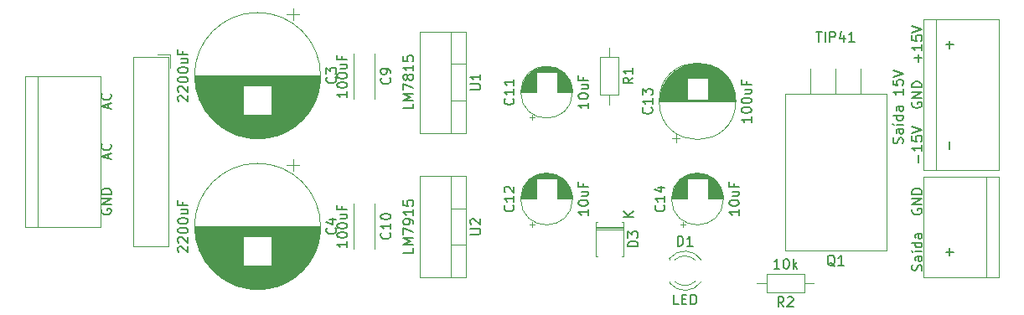
<source format=gto>
G04 #@! TF.GenerationSoftware,KiCad,Pcbnew,(5.1.6)-1*
G04 #@! TF.CreationDate,2020-08-29T11:02:00-03:00*
G04 #@! TF.ProjectId,fonte_pequena,666f6e74-655f-4706-9571-75656e612e6b,rev?*
G04 #@! TF.SameCoordinates,Original*
G04 #@! TF.FileFunction,Legend,Top*
G04 #@! TF.FilePolarity,Positive*
%FSLAX46Y46*%
G04 Gerber Fmt 4.6, Leading zero omitted, Abs format (unit mm)*
G04 Created by KiCad (PCBNEW (5.1.6)-1) date 2020-08-29 11:02:00*
%MOMM*%
%LPD*%
G01*
G04 APERTURE LIST*
%ADD10C,0.150000*%
%ADD11C,0.120000*%
G04 APERTURE END LIST*
D10*
X137866428Y-154161904D02*
X137866428Y-153400000D01*
X138247380Y-153780952D02*
X137485476Y-153780952D01*
X138247380Y-152400000D02*
X138247380Y-152971428D01*
X138247380Y-152685714D02*
X137247380Y-152685714D01*
X137390238Y-152780952D01*
X137485476Y-152876190D01*
X137533095Y-152971428D01*
X137247380Y-151495238D02*
X137247380Y-151971428D01*
X137723571Y-152019047D01*
X137675952Y-151971428D01*
X137628333Y-151876190D01*
X137628333Y-151638095D01*
X137675952Y-151542857D01*
X137723571Y-151495238D01*
X137818809Y-151447619D01*
X138056904Y-151447619D01*
X138152142Y-151495238D01*
X138199761Y-151542857D01*
X138247380Y-151638095D01*
X138247380Y-151876190D01*
X138199761Y-151971428D01*
X138152142Y-152019047D01*
X137247380Y-151161904D02*
X138247380Y-150828571D01*
X137247380Y-150495238D01*
X137866428Y-164321904D02*
X137866428Y-163560000D01*
X138247380Y-162560000D02*
X138247380Y-163131428D01*
X138247380Y-162845714D02*
X137247380Y-162845714D01*
X137390238Y-162940952D01*
X137485476Y-163036190D01*
X137533095Y-163131428D01*
X137247380Y-161655238D02*
X137247380Y-162131428D01*
X137723571Y-162179047D01*
X137675952Y-162131428D01*
X137628333Y-162036190D01*
X137628333Y-161798095D01*
X137675952Y-161702857D01*
X137723571Y-161655238D01*
X137818809Y-161607619D01*
X138056904Y-161607619D01*
X138152142Y-161655238D01*
X138199761Y-161702857D01*
X138247380Y-161798095D01*
X138247380Y-162036190D01*
X138199761Y-162131428D01*
X138152142Y-162179047D01*
X137247380Y-161321904D02*
X138247380Y-160988571D01*
X137247380Y-160655238D01*
X141041428Y-152780952D02*
X141041428Y-152019047D01*
X141422380Y-152400000D02*
X140660476Y-152400000D01*
X141041428Y-162940952D02*
X141041428Y-162179047D01*
X141041428Y-173735952D02*
X141041428Y-172974047D01*
X141422380Y-173355000D02*
X140660476Y-173355000D01*
X137295000Y-158241904D02*
X137247380Y-158337142D01*
X137247380Y-158480000D01*
X137295000Y-158622857D01*
X137390238Y-158718095D01*
X137485476Y-158765714D01*
X137675952Y-158813333D01*
X137818809Y-158813333D01*
X138009285Y-158765714D01*
X138104523Y-158718095D01*
X138199761Y-158622857D01*
X138247380Y-158480000D01*
X138247380Y-158384761D01*
X138199761Y-158241904D01*
X138152142Y-158194285D01*
X137818809Y-158194285D01*
X137818809Y-158384761D01*
X138247380Y-157765714D02*
X137247380Y-157765714D01*
X138247380Y-157194285D01*
X137247380Y-157194285D01*
X138247380Y-156718095D02*
X137247380Y-156718095D01*
X137247380Y-156480000D01*
X137295000Y-156337142D01*
X137390238Y-156241904D01*
X137485476Y-156194285D01*
X137675952Y-156146666D01*
X137818809Y-156146666D01*
X138009285Y-156194285D01*
X138104523Y-156241904D01*
X138199761Y-156337142D01*
X138247380Y-156480000D01*
X138247380Y-156718095D01*
X137295000Y-169036904D02*
X137247380Y-169132142D01*
X137247380Y-169275000D01*
X137295000Y-169417857D01*
X137390238Y-169513095D01*
X137485476Y-169560714D01*
X137675952Y-169608333D01*
X137818809Y-169608333D01*
X138009285Y-169560714D01*
X138104523Y-169513095D01*
X138199761Y-169417857D01*
X138247380Y-169275000D01*
X138247380Y-169179761D01*
X138199761Y-169036904D01*
X138152142Y-168989285D01*
X137818809Y-168989285D01*
X137818809Y-169179761D01*
X138247380Y-168560714D02*
X137247380Y-168560714D01*
X138247380Y-167989285D01*
X137247380Y-167989285D01*
X138247380Y-167513095D02*
X137247380Y-167513095D01*
X137247380Y-167275000D01*
X137295000Y-167132142D01*
X137390238Y-167036904D01*
X137485476Y-166989285D01*
X137675952Y-166941666D01*
X137818809Y-166941666D01*
X138009285Y-166989285D01*
X138104523Y-167036904D01*
X138199761Y-167132142D01*
X138247380Y-167275000D01*
X138247380Y-167513095D01*
X56046666Y-158853095D02*
X56046666Y-158376904D01*
X56332380Y-158948333D02*
X55332380Y-158615000D01*
X56332380Y-158281666D01*
X56237142Y-157376904D02*
X56284761Y-157424523D01*
X56332380Y-157567380D01*
X56332380Y-157662619D01*
X56284761Y-157805476D01*
X56189523Y-157900714D01*
X56094285Y-157948333D01*
X55903809Y-157995952D01*
X55760952Y-157995952D01*
X55570476Y-157948333D01*
X55475238Y-157900714D01*
X55380000Y-157805476D01*
X55332380Y-157662619D01*
X55332380Y-157567380D01*
X55380000Y-157424523D01*
X55427619Y-157376904D01*
X56046666Y-163933095D02*
X56046666Y-163456904D01*
X56332380Y-164028333D02*
X55332380Y-163695000D01*
X56332380Y-163361666D01*
X56237142Y-162456904D02*
X56284761Y-162504523D01*
X56332380Y-162647380D01*
X56332380Y-162742619D01*
X56284761Y-162885476D01*
X56189523Y-162980714D01*
X56094285Y-163028333D01*
X55903809Y-163075952D01*
X55760952Y-163075952D01*
X55570476Y-163028333D01*
X55475238Y-162980714D01*
X55380000Y-162885476D01*
X55332380Y-162742619D01*
X55332380Y-162647380D01*
X55380000Y-162504523D01*
X55427619Y-162456904D01*
X55380000Y-169036904D02*
X55332380Y-169132142D01*
X55332380Y-169275000D01*
X55380000Y-169417857D01*
X55475238Y-169513095D01*
X55570476Y-169560714D01*
X55760952Y-169608333D01*
X55903809Y-169608333D01*
X56094285Y-169560714D01*
X56189523Y-169513095D01*
X56284761Y-169417857D01*
X56332380Y-169275000D01*
X56332380Y-169179761D01*
X56284761Y-169036904D01*
X56237142Y-168989285D01*
X55903809Y-168989285D01*
X55903809Y-169179761D01*
X56332380Y-168560714D02*
X55332380Y-168560714D01*
X56332380Y-167989285D01*
X55332380Y-167989285D01*
X56332380Y-167513095D02*
X55332380Y-167513095D01*
X55332380Y-167275000D01*
X55380000Y-167132142D01*
X55475238Y-167036904D01*
X55570476Y-166989285D01*
X55760952Y-166941666D01*
X55903809Y-166941666D01*
X56094285Y-166989285D01*
X56189523Y-167036904D01*
X56284761Y-167132142D01*
X56332380Y-167275000D01*
X56332380Y-167513095D01*
D11*
X92170000Y-165695000D02*
X92170000Y-175935000D01*
X87529000Y-165695000D02*
X87529000Y-175935000D01*
X92170000Y-165695000D02*
X87529000Y-165695000D01*
X92170000Y-175935000D02*
X87529000Y-175935000D01*
X90660000Y-165695000D02*
X90660000Y-175935000D01*
X92170000Y-168965000D02*
X90660000Y-168965000D01*
X92170000Y-172666000D02*
X90660000Y-172666000D01*
X92170000Y-158061000D02*
X90660000Y-158061000D01*
X92170000Y-154360000D02*
X90660000Y-154360000D01*
X90660000Y-151090000D02*
X90660000Y-161330000D01*
X92170000Y-161330000D02*
X87529000Y-161330000D01*
X92170000Y-151090000D02*
X87529000Y-151090000D01*
X87529000Y-151090000D02*
X87529000Y-161330000D01*
X92170000Y-151090000D02*
X92170000Y-161330000D01*
X106680000Y-158445000D02*
X106680000Y-157495000D01*
X106680000Y-152705000D02*
X106680000Y-153655000D01*
X107600000Y-157495000D02*
X107600000Y-153655000D01*
X105760000Y-157495000D02*
X107600000Y-157495000D01*
X105760000Y-153655000D02*
X105760000Y-157495000D01*
X107600000Y-153655000D02*
X105760000Y-153655000D01*
X127000000Y-157360000D02*
X127000000Y-154820000D01*
X129540000Y-157360000D02*
X129540000Y-154820000D01*
X132080000Y-157360000D02*
X132080000Y-154820000D01*
X124420000Y-173250000D02*
X124420000Y-157360000D01*
X134660000Y-173250000D02*
X134660000Y-157360000D01*
X134660000Y-173250000D02*
X124420000Y-173250000D01*
X134660000Y-157360000D02*
X124420000Y-157360000D01*
X146050000Y-175895000D02*
X146050000Y-165735000D01*
X138430000Y-175895000D02*
X146050000Y-175895000D01*
X138430000Y-165735000D02*
X138430000Y-175895000D01*
X146050000Y-165735000D02*
X138430000Y-165735000D01*
X144780000Y-165735000D02*
X144780000Y-175895000D01*
X138430000Y-149860000D02*
X138430000Y-165100000D01*
X146050000Y-149860000D02*
X146050000Y-165100000D01*
X139700000Y-149860000D02*
X139700000Y-165100000D01*
X138430000Y-165100000D02*
X146050000Y-165100000D01*
X138430000Y-149860000D02*
X146050000Y-149860000D01*
X47625000Y-155575000D02*
X47625000Y-170815000D01*
X55245000Y-155575000D02*
X55245000Y-170815000D01*
X48895000Y-155575000D02*
X48895000Y-170815000D01*
X47625000Y-170815000D02*
X55245000Y-170815000D01*
X47625000Y-155575000D02*
X55245000Y-155575000D01*
X108100000Y-170845000D02*
X105260000Y-170845000D01*
X108100000Y-171085000D02*
X105260000Y-171085000D01*
X108100000Y-170965000D02*
X105260000Y-170965000D01*
X105260000Y-173805000D02*
X105440000Y-173805000D01*
X105260000Y-170365000D02*
X105260000Y-173805000D01*
X105440000Y-170365000D02*
X105260000Y-170365000D01*
X108100000Y-173805000D02*
X107920000Y-173805000D01*
X108100000Y-170365000D02*
X108100000Y-173805000D01*
X107920000Y-170365000D02*
X108100000Y-170365000D01*
X58525000Y-153635000D02*
X62125000Y-153635000D01*
X62125000Y-153635000D02*
X62125000Y-172835000D01*
X62125000Y-172835000D02*
X58525000Y-172835000D01*
X58525000Y-172835000D02*
X58525000Y-153635000D01*
X61025000Y-153435000D02*
X62325000Y-153435000D01*
X62325000Y-153435000D02*
X62325000Y-154735000D01*
X113845000Y-170559775D02*
X114345000Y-170559775D01*
X114095000Y-170809775D02*
X114095000Y-170309775D01*
X115286000Y-165404000D02*
X115854000Y-165404000D01*
X115052000Y-165444000D02*
X116088000Y-165444000D01*
X114893000Y-165484000D02*
X116247000Y-165484000D01*
X114765000Y-165524000D02*
X116375000Y-165524000D01*
X114655000Y-165564000D02*
X116485000Y-165564000D01*
X114559000Y-165604000D02*
X116581000Y-165604000D01*
X114472000Y-165644000D02*
X116668000Y-165644000D01*
X114392000Y-165684000D02*
X116748000Y-165684000D01*
X114319000Y-165724000D02*
X116821000Y-165724000D01*
X114251000Y-165764000D02*
X116889000Y-165764000D01*
X114187000Y-165804000D02*
X116953000Y-165804000D01*
X114127000Y-165844000D02*
X117013000Y-165844000D01*
X114070000Y-165884000D02*
X117070000Y-165884000D01*
X114016000Y-165924000D02*
X117124000Y-165924000D01*
X113965000Y-165964000D02*
X117175000Y-165964000D01*
X116610000Y-166004000D02*
X117223000Y-166004000D01*
X113917000Y-166004000D02*
X114530000Y-166004000D01*
X116610000Y-166044000D02*
X117269000Y-166044000D01*
X113871000Y-166044000D02*
X114530000Y-166044000D01*
X116610000Y-166084000D02*
X117313000Y-166084000D01*
X113827000Y-166084000D02*
X114530000Y-166084000D01*
X116610000Y-166124000D02*
X117355000Y-166124000D01*
X113785000Y-166124000D02*
X114530000Y-166124000D01*
X116610000Y-166164000D02*
X117396000Y-166164000D01*
X113744000Y-166164000D02*
X114530000Y-166164000D01*
X116610000Y-166204000D02*
X117434000Y-166204000D01*
X113706000Y-166204000D02*
X114530000Y-166204000D01*
X116610000Y-166244000D02*
X117471000Y-166244000D01*
X113669000Y-166244000D02*
X114530000Y-166244000D01*
X116610000Y-166284000D02*
X117507000Y-166284000D01*
X113633000Y-166284000D02*
X114530000Y-166284000D01*
X116610000Y-166324000D02*
X117541000Y-166324000D01*
X113599000Y-166324000D02*
X114530000Y-166324000D01*
X116610000Y-166364000D02*
X117574000Y-166364000D01*
X113566000Y-166364000D02*
X114530000Y-166364000D01*
X116610000Y-166404000D02*
X117605000Y-166404000D01*
X113535000Y-166404000D02*
X114530000Y-166404000D01*
X116610000Y-166444000D02*
X117635000Y-166444000D01*
X113505000Y-166444000D02*
X114530000Y-166444000D01*
X116610000Y-166484000D02*
X117665000Y-166484000D01*
X113475000Y-166484000D02*
X114530000Y-166484000D01*
X116610000Y-166524000D02*
X117692000Y-166524000D01*
X113448000Y-166524000D02*
X114530000Y-166524000D01*
X116610000Y-166564000D02*
X117719000Y-166564000D01*
X113421000Y-166564000D02*
X114530000Y-166564000D01*
X116610000Y-166604000D02*
X117745000Y-166604000D01*
X113395000Y-166604000D02*
X114530000Y-166604000D01*
X116610000Y-166644000D02*
X117770000Y-166644000D01*
X113370000Y-166644000D02*
X114530000Y-166644000D01*
X116610000Y-166684000D02*
X117794000Y-166684000D01*
X113346000Y-166684000D02*
X114530000Y-166684000D01*
X116610000Y-166724000D02*
X117817000Y-166724000D01*
X113323000Y-166724000D02*
X114530000Y-166724000D01*
X116610000Y-166764000D02*
X117838000Y-166764000D01*
X113302000Y-166764000D02*
X114530000Y-166764000D01*
X116610000Y-166804000D02*
X117860000Y-166804000D01*
X113280000Y-166804000D02*
X114530000Y-166804000D01*
X116610000Y-166844000D02*
X117880000Y-166844000D01*
X113260000Y-166844000D02*
X114530000Y-166844000D01*
X116610000Y-166884000D02*
X117899000Y-166884000D01*
X113241000Y-166884000D02*
X114530000Y-166884000D01*
X116610000Y-166924000D02*
X117918000Y-166924000D01*
X113222000Y-166924000D02*
X114530000Y-166924000D01*
X116610000Y-166964000D02*
X117935000Y-166964000D01*
X113205000Y-166964000D02*
X114530000Y-166964000D01*
X116610000Y-167004000D02*
X117952000Y-167004000D01*
X113188000Y-167004000D02*
X114530000Y-167004000D01*
X116610000Y-167044000D02*
X117968000Y-167044000D01*
X113172000Y-167044000D02*
X114530000Y-167044000D01*
X116610000Y-167084000D02*
X117984000Y-167084000D01*
X113156000Y-167084000D02*
X114530000Y-167084000D01*
X116610000Y-167124000D02*
X117998000Y-167124000D01*
X113142000Y-167124000D02*
X114530000Y-167124000D01*
X116610000Y-167164000D02*
X118012000Y-167164000D01*
X113128000Y-167164000D02*
X114530000Y-167164000D01*
X116610000Y-167204000D02*
X118025000Y-167204000D01*
X113115000Y-167204000D02*
X114530000Y-167204000D01*
X116610000Y-167244000D02*
X118038000Y-167244000D01*
X113102000Y-167244000D02*
X114530000Y-167244000D01*
X116610000Y-167284000D02*
X118050000Y-167284000D01*
X113090000Y-167284000D02*
X114530000Y-167284000D01*
X116610000Y-167325000D02*
X118061000Y-167325000D01*
X113079000Y-167325000D02*
X114530000Y-167325000D01*
X116610000Y-167365000D02*
X118071000Y-167365000D01*
X113069000Y-167365000D02*
X114530000Y-167365000D01*
X116610000Y-167405000D02*
X118081000Y-167405000D01*
X113059000Y-167405000D02*
X114530000Y-167405000D01*
X116610000Y-167445000D02*
X118090000Y-167445000D01*
X113050000Y-167445000D02*
X114530000Y-167445000D01*
X116610000Y-167485000D02*
X118098000Y-167485000D01*
X113042000Y-167485000D02*
X114530000Y-167485000D01*
X116610000Y-167525000D02*
X118106000Y-167525000D01*
X113034000Y-167525000D02*
X114530000Y-167525000D01*
X116610000Y-167565000D02*
X118113000Y-167565000D01*
X113027000Y-167565000D02*
X114530000Y-167565000D01*
X116610000Y-167605000D02*
X118120000Y-167605000D01*
X113020000Y-167605000D02*
X114530000Y-167605000D01*
X116610000Y-167645000D02*
X118126000Y-167645000D01*
X113014000Y-167645000D02*
X114530000Y-167645000D01*
X116610000Y-167685000D02*
X118131000Y-167685000D01*
X113009000Y-167685000D02*
X114530000Y-167685000D01*
X116610000Y-167725000D02*
X118135000Y-167725000D01*
X113005000Y-167725000D02*
X114530000Y-167725000D01*
X116610000Y-167765000D02*
X118139000Y-167765000D01*
X113001000Y-167765000D02*
X114530000Y-167765000D01*
X116610000Y-167805000D02*
X118143000Y-167805000D01*
X112997000Y-167805000D02*
X114530000Y-167805000D01*
X116610000Y-167845000D02*
X118146000Y-167845000D01*
X112994000Y-167845000D02*
X114530000Y-167845000D01*
X116610000Y-167885000D02*
X118148000Y-167885000D01*
X112992000Y-167885000D02*
X114530000Y-167885000D01*
X116610000Y-167925000D02*
X118149000Y-167925000D01*
X112991000Y-167925000D02*
X114530000Y-167925000D01*
X112990000Y-167965000D02*
X114530000Y-167965000D01*
X116610000Y-167965000D02*
X118150000Y-167965000D01*
X112990000Y-168005000D02*
X114530000Y-168005000D01*
X116610000Y-168005000D02*
X118150000Y-168005000D01*
X118190000Y-168005000D02*
G75*
G03*
X118190000Y-168005000I-2620000J0D01*
G01*
X113020000Y-161902211D02*
X113770000Y-161902211D01*
X113395000Y-162277211D02*
X113395000Y-161527211D01*
X115129000Y-154294000D02*
X116011000Y-154294000D01*
X114877000Y-154334000D02*
X116263000Y-154334000D01*
X114693000Y-154374000D02*
X116447000Y-154374000D01*
X114542000Y-154414000D02*
X116598000Y-154414000D01*
X114412000Y-154454000D02*
X116728000Y-154454000D01*
X114295000Y-154494000D02*
X116845000Y-154494000D01*
X114189000Y-154534000D02*
X116951000Y-154534000D01*
X114092000Y-154574000D02*
X117048000Y-154574000D01*
X114001000Y-154614000D02*
X117139000Y-154614000D01*
X113916000Y-154654000D02*
X117224000Y-154654000D01*
X113837000Y-154694000D02*
X117303000Y-154694000D01*
X113761000Y-154734000D02*
X117379000Y-154734000D01*
X113689000Y-154774000D02*
X117451000Y-154774000D01*
X113621000Y-154814000D02*
X117519000Y-154814000D01*
X113556000Y-154854000D02*
X117584000Y-154854000D01*
X113493000Y-154894000D02*
X117647000Y-154894000D01*
X113433000Y-154934000D02*
X117707000Y-154934000D01*
X113375000Y-154974000D02*
X117765000Y-154974000D01*
X113320000Y-155014000D02*
X117820000Y-155014000D01*
X113266000Y-155054000D02*
X117874000Y-155054000D01*
X113215000Y-155094000D02*
X117925000Y-155094000D01*
X113165000Y-155134000D02*
X117975000Y-155134000D01*
X113116000Y-155174000D02*
X118024000Y-155174000D01*
X113070000Y-155214000D02*
X118070000Y-155214000D01*
X113024000Y-155254000D02*
X118116000Y-155254000D01*
X112981000Y-155294000D02*
X118159000Y-155294000D01*
X112938000Y-155334000D02*
X118202000Y-155334000D01*
X112897000Y-155374000D02*
X118243000Y-155374000D01*
X112857000Y-155414000D02*
X118283000Y-155414000D01*
X112818000Y-155454000D02*
X118322000Y-155454000D01*
X112780000Y-155494000D02*
X118360000Y-155494000D01*
X112743000Y-155534000D02*
X118397000Y-155534000D01*
X112707000Y-155574000D02*
X118433000Y-155574000D01*
X112672000Y-155614000D02*
X118468000Y-155614000D01*
X112639000Y-155654000D02*
X118501000Y-155654000D01*
X112606000Y-155694000D02*
X118534000Y-155694000D01*
X112574000Y-155734000D02*
X118566000Y-155734000D01*
X112542000Y-155774000D02*
X118598000Y-155774000D01*
X112512000Y-155814000D02*
X118628000Y-155814000D01*
X116610000Y-155854000D02*
X118658000Y-155854000D01*
X112482000Y-155854000D02*
X114530000Y-155854000D01*
X116610000Y-155894000D02*
X118686000Y-155894000D01*
X112454000Y-155894000D02*
X114530000Y-155894000D01*
X116610000Y-155934000D02*
X118714000Y-155934000D01*
X112426000Y-155934000D02*
X114530000Y-155934000D01*
X116610000Y-155974000D02*
X118742000Y-155974000D01*
X112398000Y-155974000D02*
X114530000Y-155974000D01*
X116610000Y-156014000D02*
X118768000Y-156014000D01*
X112372000Y-156014000D02*
X114530000Y-156014000D01*
X116610000Y-156054000D02*
X118794000Y-156054000D01*
X112346000Y-156054000D02*
X114530000Y-156054000D01*
X116610000Y-156094000D02*
X118819000Y-156094000D01*
X112321000Y-156094000D02*
X114530000Y-156094000D01*
X116610000Y-156134000D02*
X118844000Y-156134000D01*
X112296000Y-156134000D02*
X114530000Y-156134000D01*
X116610000Y-156174000D02*
X118867000Y-156174000D01*
X112273000Y-156174000D02*
X114530000Y-156174000D01*
X116610000Y-156214000D02*
X118891000Y-156214000D01*
X112249000Y-156214000D02*
X114530000Y-156214000D01*
X116610000Y-156254000D02*
X118913000Y-156254000D01*
X112227000Y-156254000D02*
X114530000Y-156254000D01*
X116610000Y-156294000D02*
X118935000Y-156294000D01*
X112205000Y-156294000D02*
X114530000Y-156294000D01*
X116610000Y-156334000D02*
X118956000Y-156334000D01*
X112184000Y-156334000D02*
X114530000Y-156334000D01*
X116610000Y-156374000D02*
X118977000Y-156374000D01*
X112163000Y-156374000D02*
X114530000Y-156374000D01*
X116610000Y-156414000D02*
X118997000Y-156414000D01*
X112143000Y-156414000D02*
X114530000Y-156414000D01*
X116610000Y-156454000D02*
X119017000Y-156454000D01*
X112123000Y-156454000D02*
X114530000Y-156454000D01*
X116610000Y-156494000D02*
X119036000Y-156494000D01*
X112104000Y-156494000D02*
X114530000Y-156494000D01*
X116610000Y-156534000D02*
X119054000Y-156534000D01*
X112086000Y-156534000D02*
X114530000Y-156534000D01*
X116610000Y-156574000D02*
X119072000Y-156574000D01*
X112068000Y-156574000D02*
X114530000Y-156574000D01*
X116610000Y-156614000D02*
X119090000Y-156614000D01*
X112050000Y-156614000D02*
X114530000Y-156614000D01*
X116610000Y-156654000D02*
X119106000Y-156654000D01*
X112034000Y-156654000D02*
X114530000Y-156654000D01*
X116610000Y-156694000D02*
X119123000Y-156694000D01*
X112017000Y-156694000D02*
X114530000Y-156694000D01*
X116610000Y-156734000D02*
X119138000Y-156734000D01*
X112002000Y-156734000D02*
X114530000Y-156734000D01*
X116610000Y-156774000D02*
X119154000Y-156774000D01*
X111986000Y-156774000D02*
X114530000Y-156774000D01*
X116610000Y-156814000D02*
X119168000Y-156814000D01*
X111972000Y-156814000D02*
X114530000Y-156814000D01*
X116610000Y-156854000D02*
X119183000Y-156854000D01*
X111957000Y-156854000D02*
X114530000Y-156854000D01*
X116610000Y-156894000D02*
X119196000Y-156894000D01*
X111944000Y-156894000D02*
X114530000Y-156894000D01*
X116610000Y-156934000D02*
X119210000Y-156934000D01*
X111930000Y-156934000D02*
X114530000Y-156934000D01*
X116610000Y-156974000D02*
X119223000Y-156974000D01*
X111917000Y-156974000D02*
X114530000Y-156974000D01*
X116610000Y-157014000D02*
X119235000Y-157014000D01*
X111905000Y-157014000D02*
X114530000Y-157014000D01*
X116610000Y-157054000D02*
X119247000Y-157054000D01*
X111893000Y-157054000D02*
X114530000Y-157054000D01*
X116610000Y-157094000D02*
X119258000Y-157094000D01*
X111882000Y-157094000D02*
X114530000Y-157094000D01*
X116610000Y-157134000D02*
X119269000Y-157134000D01*
X111871000Y-157134000D02*
X114530000Y-157134000D01*
X116610000Y-157174000D02*
X119280000Y-157174000D01*
X111860000Y-157174000D02*
X114530000Y-157174000D01*
X116610000Y-157214000D02*
X119290000Y-157214000D01*
X111850000Y-157214000D02*
X114530000Y-157214000D01*
X116610000Y-157254000D02*
X119299000Y-157254000D01*
X111841000Y-157254000D02*
X114530000Y-157254000D01*
X116610000Y-157294000D02*
X119308000Y-157294000D01*
X111832000Y-157294000D02*
X114530000Y-157294000D01*
X116610000Y-157334000D02*
X119317000Y-157334000D01*
X111823000Y-157334000D02*
X114530000Y-157334000D01*
X116610000Y-157374000D02*
X119325000Y-157374000D01*
X111815000Y-157374000D02*
X114530000Y-157374000D01*
X116610000Y-157414000D02*
X119333000Y-157414000D01*
X111807000Y-157414000D02*
X114530000Y-157414000D01*
X116610000Y-157455000D02*
X119340000Y-157455000D01*
X111800000Y-157455000D02*
X114530000Y-157455000D01*
X116610000Y-157495000D02*
X119347000Y-157495000D01*
X111793000Y-157495000D02*
X114530000Y-157495000D01*
X116610000Y-157535000D02*
X119354000Y-157535000D01*
X111786000Y-157535000D02*
X114530000Y-157535000D01*
X116610000Y-157575000D02*
X119360000Y-157575000D01*
X111780000Y-157575000D02*
X114530000Y-157575000D01*
X116610000Y-157615000D02*
X119365000Y-157615000D01*
X111775000Y-157615000D02*
X114530000Y-157615000D01*
X116610000Y-157655000D02*
X119371000Y-157655000D01*
X111769000Y-157655000D02*
X114530000Y-157655000D01*
X116610000Y-157695000D02*
X119375000Y-157695000D01*
X111765000Y-157695000D02*
X114530000Y-157695000D01*
X116610000Y-157735000D02*
X119380000Y-157735000D01*
X111760000Y-157735000D02*
X114530000Y-157735000D01*
X116610000Y-157775000D02*
X119384000Y-157775000D01*
X111756000Y-157775000D02*
X114530000Y-157775000D01*
X116610000Y-157815000D02*
X119387000Y-157815000D01*
X111753000Y-157815000D02*
X114530000Y-157815000D01*
X116610000Y-157855000D02*
X119390000Y-157855000D01*
X111750000Y-157855000D02*
X114530000Y-157855000D01*
X116610000Y-157895000D02*
X119393000Y-157895000D01*
X111747000Y-157895000D02*
X114530000Y-157895000D01*
X111745000Y-157935000D02*
X119395000Y-157935000D01*
X111743000Y-157975000D02*
X119397000Y-157975000D01*
X111741000Y-158015000D02*
X119399000Y-158015000D01*
X111740000Y-158055000D02*
X119400000Y-158055000D01*
X111740000Y-158095000D02*
X119400000Y-158095000D01*
X111740000Y-158135000D02*
X119400000Y-158135000D01*
X119440000Y-158135000D02*
G75*
G03*
X119440000Y-158135000I-3870000J0D01*
G01*
X98605000Y-170559775D02*
X99105000Y-170559775D01*
X98855000Y-170809775D02*
X98855000Y-170309775D01*
X100046000Y-165404000D02*
X100614000Y-165404000D01*
X99812000Y-165444000D02*
X100848000Y-165444000D01*
X99653000Y-165484000D02*
X101007000Y-165484000D01*
X99525000Y-165524000D02*
X101135000Y-165524000D01*
X99415000Y-165564000D02*
X101245000Y-165564000D01*
X99319000Y-165604000D02*
X101341000Y-165604000D01*
X99232000Y-165644000D02*
X101428000Y-165644000D01*
X99152000Y-165684000D02*
X101508000Y-165684000D01*
X99079000Y-165724000D02*
X101581000Y-165724000D01*
X99011000Y-165764000D02*
X101649000Y-165764000D01*
X98947000Y-165804000D02*
X101713000Y-165804000D01*
X98887000Y-165844000D02*
X101773000Y-165844000D01*
X98830000Y-165884000D02*
X101830000Y-165884000D01*
X98776000Y-165924000D02*
X101884000Y-165924000D01*
X98725000Y-165964000D02*
X101935000Y-165964000D01*
X101370000Y-166004000D02*
X101983000Y-166004000D01*
X98677000Y-166004000D02*
X99290000Y-166004000D01*
X101370000Y-166044000D02*
X102029000Y-166044000D01*
X98631000Y-166044000D02*
X99290000Y-166044000D01*
X101370000Y-166084000D02*
X102073000Y-166084000D01*
X98587000Y-166084000D02*
X99290000Y-166084000D01*
X101370000Y-166124000D02*
X102115000Y-166124000D01*
X98545000Y-166124000D02*
X99290000Y-166124000D01*
X101370000Y-166164000D02*
X102156000Y-166164000D01*
X98504000Y-166164000D02*
X99290000Y-166164000D01*
X101370000Y-166204000D02*
X102194000Y-166204000D01*
X98466000Y-166204000D02*
X99290000Y-166204000D01*
X101370000Y-166244000D02*
X102231000Y-166244000D01*
X98429000Y-166244000D02*
X99290000Y-166244000D01*
X101370000Y-166284000D02*
X102267000Y-166284000D01*
X98393000Y-166284000D02*
X99290000Y-166284000D01*
X101370000Y-166324000D02*
X102301000Y-166324000D01*
X98359000Y-166324000D02*
X99290000Y-166324000D01*
X101370000Y-166364000D02*
X102334000Y-166364000D01*
X98326000Y-166364000D02*
X99290000Y-166364000D01*
X101370000Y-166404000D02*
X102365000Y-166404000D01*
X98295000Y-166404000D02*
X99290000Y-166404000D01*
X101370000Y-166444000D02*
X102395000Y-166444000D01*
X98265000Y-166444000D02*
X99290000Y-166444000D01*
X101370000Y-166484000D02*
X102425000Y-166484000D01*
X98235000Y-166484000D02*
X99290000Y-166484000D01*
X101370000Y-166524000D02*
X102452000Y-166524000D01*
X98208000Y-166524000D02*
X99290000Y-166524000D01*
X101370000Y-166564000D02*
X102479000Y-166564000D01*
X98181000Y-166564000D02*
X99290000Y-166564000D01*
X101370000Y-166604000D02*
X102505000Y-166604000D01*
X98155000Y-166604000D02*
X99290000Y-166604000D01*
X101370000Y-166644000D02*
X102530000Y-166644000D01*
X98130000Y-166644000D02*
X99290000Y-166644000D01*
X101370000Y-166684000D02*
X102554000Y-166684000D01*
X98106000Y-166684000D02*
X99290000Y-166684000D01*
X101370000Y-166724000D02*
X102577000Y-166724000D01*
X98083000Y-166724000D02*
X99290000Y-166724000D01*
X101370000Y-166764000D02*
X102598000Y-166764000D01*
X98062000Y-166764000D02*
X99290000Y-166764000D01*
X101370000Y-166804000D02*
X102620000Y-166804000D01*
X98040000Y-166804000D02*
X99290000Y-166804000D01*
X101370000Y-166844000D02*
X102640000Y-166844000D01*
X98020000Y-166844000D02*
X99290000Y-166844000D01*
X101370000Y-166884000D02*
X102659000Y-166884000D01*
X98001000Y-166884000D02*
X99290000Y-166884000D01*
X101370000Y-166924000D02*
X102678000Y-166924000D01*
X97982000Y-166924000D02*
X99290000Y-166924000D01*
X101370000Y-166964000D02*
X102695000Y-166964000D01*
X97965000Y-166964000D02*
X99290000Y-166964000D01*
X101370000Y-167004000D02*
X102712000Y-167004000D01*
X97948000Y-167004000D02*
X99290000Y-167004000D01*
X101370000Y-167044000D02*
X102728000Y-167044000D01*
X97932000Y-167044000D02*
X99290000Y-167044000D01*
X101370000Y-167084000D02*
X102744000Y-167084000D01*
X97916000Y-167084000D02*
X99290000Y-167084000D01*
X101370000Y-167124000D02*
X102758000Y-167124000D01*
X97902000Y-167124000D02*
X99290000Y-167124000D01*
X101370000Y-167164000D02*
X102772000Y-167164000D01*
X97888000Y-167164000D02*
X99290000Y-167164000D01*
X101370000Y-167204000D02*
X102785000Y-167204000D01*
X97875000Y-167204000D02*
X99290000Y-167204000D01*
X101370000Y-167244000D02*
X102798000Y-167244000D01*
X97862000Y-167244000D02*
X99290000Y-167244000D01*
X101370000Y-167284000D02*
X102810000Y-167284000D01*
X97850000Y-167284000D02*
X99290000Y-167284000D01*
X101370000Y-167325000D02*
X102821000Y-167325000D01*
X97839000Y-167325000D02*
X99290000Y-167325000D01*
X101370000Y-167365000D02*
X102831000Y-167365000D01*
X97829000Y-167365000D02*
X99290000Y-167365000D01*
X101370000Y-167405000D02*
X102841000Y-167405000D01*
X97819000Y-167405000D02*
X99290000Y-167405000D01*
X101370000Y-167445000D02*
X102850000Y-167445000D01*
X97810000Y-167445000D02*
X99290000Y-167445000D01*
X101370000Y-167485000D02*
X102858000Y-167485000D01*
X97802000Y-167485000D02*
X99290000Y-167485000D01*
X101370000Y-167525000D02*
X102866000Y-167525000D01*
X97794000Y-167525000D02*
X99290000Y-167525000D01*
X101370000Y-167565000D02*
X102873000Y-167565000D01*
X97787000Y-167565000D02*
X99290000Y-167565000D01*
X101370000Y-167605000D02*
X102880000Y-167605000D01*
X97780000Y-167605000D02*
X99290000Y-167605000D01*
X101370000Y-167645000D02*
X102886000Y-167645000D01*
X97774000Y-167645000D02*
X99290000Y-167645000D01*
X101370000Y-167685000D02*
X102891000Y-167685000D01*
X97769000Y-167685000D02*
X99290000Y-167685000D01*
X101370000Y-167725000D02*
X102895000Y-167725000D01*
X97765000Y-167725000D02*
X99290000Y-167725000D01*
X101370000Y-167765000D02*
X102899000Y-167765000D01*
X97761000Y-167765000D02*
X99290000Y-167765000D01*
X101370000Y-167805000D02*
X102903000Y-167805000D01*
X97757000Y-167805000D02*
X99290000Y-167805000D01*
X101370000Y-167845000D02*
X102906000Y-167845000D01*
X97754000Y-167845000D02*
X99290000Y-167845000D01*
X101370000Y-167885000D02*
X102908000Y-167885000D01*
X97752000Y-167885000D02*
X99290000Y-167885000D01*
X101370000Y-167925000D02*
X102909000Y-167925000D01*
X97751000Y-167925000D02*
X99290000Y-167925000D01*
X97750000Y-167965000D02*
X99290000Y-167965000D01*
X101370000Y-167965000D02*
X102910000Y-167965000D01*
X97750000Y-168005000D02*
X99290000Y-168005000D01*
X101370000Y-168005000D02*
X102910000Y-168005000D01*
X102950000Y-168005000D02*
G75*
G03*
X102950000Y-168005000I-2620000J0D01*
G01*
X98605000Y-159764775D02*
X99105000Y-159764775D01*
X98855000Y-160014775D02*
X98855000Y-159514775D01*
X100046000Y-154609000D02*
X100614000Y-154609000D01*
X99812000Y-154649000D02*
X100848000Y-154649000D01*
X99653000Y-154689000D02*
X101007000Y-154689000D01*
X99525000Y-154729000D02*
X101135000Y-154729000D01*
X99415000Y-154769000D02*
X101245000Y-154769000D01*
X99319000Y-154809000D02*
X101341000Y-154809000D01*
X99232000Y-154849000D02*
X101428000Y-154849000D01*
X99152000Y-154889000D02*
X101508000Y-154889000D01*
X99079000Y-154929000D02*
X101581000Y-154929000D01*
X99011000Y-154969000D02*
X101649000Y-154969000D01*
X98947000Y-155009000D02*
X101713000Y-155009000D01*
X98887000Y-155049000D02*
X101773000Y-155049000D01*
X98830000Y-155089000D02*
X101830000Y-155089000D01*
X98776000Y-155129000D02*
X101884000Y-155129000D01*
X98725000Y-155169000D02*
X101935000Y-155169000D01*
X101370000Y-155209000D02*
X101983000Y-155209000D01*
X98677000Y-155209000D02*
X99290000Y-155209000D01*
X101370000Y-155249000D02*
X102029000Y-155249000D01*
X98631000Y-155249000D02*
X99290000Y-155249000D01*
X101370000Y-155289000D02*
X102073000Y-155289000D01*
X98587000Y-155289000D02*
X99290000Y-155289000D01*
X101370000Y-155329000D02*
X102115000Y-155329000D01*
X98545000Y-155329000D02*
X99290000Y-155329000D01*
X101370000Y-155369000D02*
X102156000Y-155369000D01*
X98504000Y-155369000D02*
X99290000Y-155369000D01*
X101370000Y-155409000D02*
X102194000Y-155409000D01*
X98466000Y-155409000D02*
X99290000Y-155409000D01*
X101370000Y-155449000D02*
X102231000Y-155449000D01*
X98429000Y-155449000D02*
X99290000Y-155449000D01*
X101370000Y-155489000D02*
X102267000Y-155489000D01*
X98393000Y-155489000D02*
X99290000Y-155489000D01*
X101370000Y-155529000D02*
X102301000Y-155529000D01*
X98359000Y-155529000D02*
X99290000Y-155529000D01*
X101370000Y-155569000D02*
X102334000Y-155569000D01*
X98326000Y-155569000D02*
X99290000Y-155569000D01*
X101370000Y-155609000D02*
X102365000Y-155609000D01*
X98295000Y-155609000D02*
X99290000Y-155609000D01*
X101370000Y-155649000D02*
X102395000Y-155649000D01*
X98265000Y-155649000D02*
X99290000Y-155649000D01*
X101370000Y-155689000D02*
X102425000Y-155689000D01*
X98235000Y-155689000D02*
X99290000Y-155689000D01*
X101370000Y-155729000D02*
X102452000Y-155729000D01*
X98208000Y-155729000D02*
X99290000Y-155729000D01*
X101370000Y-155769000D02*
X102479000Y-155769000D01*
X98181000Y-155769000D02*
X99290000Y-155769000D01*
X101370000Y-155809000D02*
X102505000Y-155809000D01*
X98155000Y-155809000D02*
X99290000Y-155809000D01*
X101370000Y-155849000D02*
X102530000Y-155849000D01*
X98130000Y-155849000D02*
X99290000Y-155849000D01*
X101370000Y-155889000D02*
X102554000Y-155889000D01*
X98106000Y-155889000D02*
X99290000Y-155889000D01*
X101370000Y-155929000D02*
X102577000Y-155929000D01*
X98083000Y-155929000D02*
X99290000Y-155929000D01*
X101370000Y-155969000D02*
X102598000Y-155969000D01*
X98062000Y-155969000D02*
X99290000Y-155969000D01*
X101370000Y-156009000D02*
X102620000Y-156009000D01*
X98040000Y-156009000D02*
X99290000Y-156009000D01*
X101370000Y-156049000D02*
X102640000Y-156049000D01*
X98020000Y-156049000D02*
X99290000Y-156049000D01*
X101370000Y-156089000D02*
X102659000Y-156089000D01*
X98001000Y-156089000D02*
X99290000Y-156089000D01*
X101370000Y-156129000D02*
X102678000Y-156129000D01*
X97982000Y-156129000D02*
X99290000Y-156129000D01*
X101370000Y-156169000D02*
X102695000Y-156169000D01*
X97965000Y-156169000D02*
X99290000Y-156169000D01*
X101370000Y-156209000D02*
X102712000Y-156209000D01*
X97948000Y-156209000D02*
X99290000Y-156209000D01*
X101370000Y-156249000D02*
X102728000Y-156249000D01*
X97932000Y-156249000D02*
X99290000Y-156249000D01*
X101370000Y-156289000D02*
X102744000Y-156289000D01*
X97916000Y-156289000D02*
X99290000Y-156289000D01*
X101370000Y-156329000D02*
X102758000Y-156329000D01*
X97902000Y-156329000D02*
X99290000Y-156329000D01*
X101370000Y-156369000D02*
X102772000Y-156369000D01*
X97888000Y-156369000D02*
X99290000Y-156369000D01*
X101370000Y-156409000D02*
X102785000Y-156409000D01*
X97875000Y-156409000D02*
X99290000Y-156409000D01*
X101370000Y-156449000D02*
X102798000Y-156449000D01*
X97862000Y-156449000D02*
X99290000Y-156449000D01*
X101370000Y-156489000D02*
X102810000Y-156489000D01*
X97850000Y-156489000D02*
X99290000Y-156489000D01*
X101370000Y-156530000D02*
X102821000Y-156530000D01*
X97839000Y-156530000D02*
X99290000Y-156530000D01*
X101370000Y-156570000D02*
X102831000Y-156570000D01*
X97829000Y-156570000D02*
X99290000Y-156570000D01*
X101370000Y-156610000D02*
X102841000Y-156610000D01*
X97819000Y-156610000D02*
X99290000Y-156610000D01*
X101370000Y-156650000D02*
X102850000Y-156650000D01*
X97810000Y-156650000D02*
X99290000Y-156650000D01*
X101370000Y-156690000D02*
X102858000Y-156690000D01*
X97802000Y-156690000D02*
X99290000Y-156690000D01*
X101370000Y-156730000D02*
X102866000Y-156730000D01*
X97794000Y-156730000D02*
X99290000Y-156730000D01*
X101370000Y-156770000D02*
X102873000Y-156770000D01*
X97787000Y-156770000D02*
X99290000Y-156770000D01*
X101370000Y-156810000D02*
X102880000Y-156810000D01*
X97780000Y-156810000D02*
X99290000Y-156810000D01*
X101370000Y-156850000D02*
X102886000Y-156850000D01*
X97774000Y-156850000D02*
X99290000Y-156850000D01*
X101370000Y-156890000D02*
X102891000Y-156890000D01*
X97769000Y-156890000D02*
X99290000Y-156890000D01*
X101370000Y-156930000D02*
X102895000Y-156930000D01*
X97765000Y-156930000D02*
X99290000Y-156930000D01*
X101370000Y-156970000D02*
X102899000Y-156970000D01*
X97761000Y-156970000D02*
X99290000Y-156970000D01*
X101370000Y-157010000D02*
X102903000Y-157010000D01*
X97757000Y-157010000D02*
X99290000Y-157010000D01*
X101370000Y-157050000D02*
X102906000Y-157050000D01*
X97754000Y-157050000D02*
X99290000Y-157050000D01*
X101370000Y-157090000D02*
X102908000Y-157090000D01*
X97752000Y-157090000D02*
X99290000Y-157090000D01*
X101370000Y-157130000D02*
X102909000Y-157130000D01*
X97751000Y-157130000D02*
X99290000Y-157130000D01*
X97750000Y-157170000D02*
X99290000Y-157170000D01*
X101370000Y-157170000D02*
X102910000Y-157170000D01*
X97750000Y-157210000D02*
X99290000Y-157210000D01*
X101370000Y-157210000D02*
X102910000Y-157210000D01*
X102950000Y-157210000D02*
G75*
G03*
X102950000Y-157210000I-2620000J0D01*
G01*
X80860000Y-173045000D02*
X80845000Y-173045000D01*
X82985000Y-173045000D02*
X82970000Y-173045000D01*
X80860000Y-168505000D02*
X80845000Y-168505000D01*
X82985000Y-168505000D02*
X82970000Y-168505000D01*
X80845000Y-168505000D02*
X80845000Y-173045000D01*
X82985000Y-168505000D02*
X82985000Y-173045000D01*
X80860000Y-157885000D02*
X80845000Y-157885000D01*
X82985000Y-157885000D02*
X82970000Y-157885000D01*
X80860000Y-153345000D02*
X80845000Y-153345000D01*
X82985000Y-153345000D02*
X82970000Y-153345000D01*
X80845000Y-153345000D02*
X80845000Y-157885000D01*
X82985000Y-153345000D02*
X82985000Y-157885000D01*
X75320000Y-164582918D02*
X74070000Y-164582918D01*
X74695000Y-163957918D02*
X74695000Y-165207918D01*
X71437000Y-177136000D02*
X70803000Y-177136000D01*
X71877000Y-177096000D02*
X70363000Y-177096000D01*
X72148000Y-177056000D02*
X70092000Y-177056000D01*
X72361000Y-177016000D02*
X69879000Y-177016000D01*
X72542000Y-176976000D02*
X69698000Y-176976000D01*
X72703000Y-176936000D02*
X69537000Y-176936000D01*
X72848000Y-176896000D02*
X69392000Y-176896000D01*
X72981000Y-176856000D02*
X69259000Y-176856000D01*
X73104000Y-176816000D02*
X69136000Y-176816000D01*
X73220000Y-176776000D02*
X69020000Y-176776000D01*
X73329000Y-176736000D02*
X68911000Y-176736000D01*
X73432000Y-176696000D02*
X68808000Y-176696000D01*
X73530000Y-176656000D02*
X68710000Y-176656000D01*
X73624000Y-176616000D02*
X68616000Y-176616000D01*
X73714000Y-176576000D02*
X68526000Y-176576000D01*
X73801000Y-176536000D02*
X68439000Y-176536000D01*
X73884000Y-176496000D02*
X68356000Y-176496000D01*
X73964000Y-176456000D02*
X68276000Y-176456000D01*
X74041000Y-176416000D02*
X68199000Y-176416000D01*
X74116000Y-176376000D02*
X68124000Y-176376000D01*
X74189000Y-176336000D02*
X68051000Y-176336000D01*
X74260000Y-176296000D02*
X67980000Y-176296000D01*
X74328000Y-176256000D02*
X67912000Y-176256000D01*
X74395000Y-176216000D02*
X67845000Y-176216000D01*
X74459000Y-176176000D02*
X67781000Y-176176000D01*
X74522000Y-176136000D02*
X67718000Y-176136000D01*
X74584000Y-176096000D02*
X67656000Y-176096000D01*
X74644000Y-176056000D02*
X67596000Y-176056000D01*
X74703000Y-176016000D02*
X67537000Y-176016000D01*
X74760000Y-175976000D02*
X67480000Y-175976000D01*
X74816000Y-175936000D02*
X67424000Y-175936000D01*
X74870000Y-175896000D02*
X67370000Y-175896000D01*
X74924000Y-175856000D02*
X67316000Y-175856000D01*
X74976000Y-175816000D02*
X67264000Y-175816000D01*
X75027000Y-175776000D02*
X67213000Y-175776000D01*
X75077000Y-175736000D02*
X67163000Y-175736000D01*
X75127000Y-175696000D02*
X67113000Y-175696000D01*
X75175000Y-175656000D02*
X67065000Y-175656000D01*
X75222000Y-175616000D02*
X67018000Y-175616000D01*
X75268000Y-175576000D02*
X66972000Y-175576000D01*
X75314000Y-175536000D02*
X66926000Y-175536000D01*
X75358000Y-175496000D02*
X66882000Y-175496000D01*
X75402000Y-175456000D02*
X66838000Y-175456000D01*
X75445000Y-175416000D02*
X66795000Y-175416000D01*
X75487000Y-175376000D02*
X66753000Y-175376000D01*
X75528000Y-175336000D02*
X66712000Y-175336000D01*
X75569000Y-175296000D02*
X66671000Y-175296000D01*
X75609000Y-175256000D02*
X66631000Y-175256000D01*
X75648000Y-175216000D02*
X66592000Y-175216000D01*
X75687000Y-175176000D02*
X66553000Y-175176000D01*
X75725000Y-175136000D02*
X66515000Y-175136000D01*
X75762000Y-175096000D02*
X66478000Y-175096000D01*
X75798000Y-175056000D02*
X66442000Y-175056000D01*
X75834000Y-175016000D02*
X66406000Y-175016000D01*
X75870000Y-174976000D02*
X66370000Y-174976000D01*
X75905000Y-174936000D02*
X66335000Y-174936000D01*
X75939000Y-174896000D02*
X66301000Y-174896000D01*
X75972000Y-174856000D02*
X66268000Y-174856000D01*
X76005000Y-174816000D02*
X66235000Y-174816000D01*
X76038000Y-174776000D02*
X66202000Y-174776000D01*
X76070000Y-174736000D02*
X66170000Y-174736000D01*
X69680000Y-174696000D02*
X66138000Y-174696000D01*
X76102000Y-174696000D02*
X72560000Y-174696000D01*
X69680000Y-174656000D02*
X66108000Y-174656000D01*
X76132000Y-174656000D02*
X72560000Y-174656000D01*
X69680000Y-174616000D02*
X66077000Y-174616000D01*
X76163000Y-174616000D02*
X72560000Y-174616000D01*
X69680000Y-174576000D02*
X66047000Y-174576000D01*
X76193000Y-174576000D02*
X72560000Y-174576000D01*
X69680000Y-174536000D02*
X66018000Y-174536000D01*
X76222000Y-174536000D02*
X72560000Y-174536000D01*
X69680000Y-174496000D02*
X65989000Y-174496000D01*
X76251000Y-174496000D02*
X72560000Y-174496000D01*
X69680000Y-174456000D02*
X65960000Y-174456000D01*
X76280000Y-174456000D02*
X72560000Y-174456000D01*
X69680000Y-174416000D02*
X65932000Y-174416000D01*
X76308000Y-174416000D02*
X72560000Y-174416000D01*
X69680000Y-174376000D02*
X65904000Y-174376000D01*
X76336000Y-174376000D02*
X72560000Y-174376000D01*
X69680000Y-174336000D02*
X65877000Y-174336000D01*
X76363000Y-174336000D02*
X72560000Y-174336000D01*
X69680000Y-174296000D02*
X65850000Y-174296000D01*
X76390000Y-174296000D02*
X72560000Y-174296000D01*
X69680000Y-174256000D02*
X65824000Y-174256000D01*
X76416000Y-174256000D02*
X72560000Y-174256000D01*
X69680000Y-174216000D02*
X65798000Y-174216000D01*
X76442000Y-174216000D02*
X72560000Y-174216000D01*
X69680000Y-174176000D02*
X65773000Y-174176000D01*
X76467000Y-174176000D02*
X72560000Y-174176000D01*
X69680000Y-174136000D02*
X65748000Y-174136000D01*
X76492000Y-174136000D02*
X72560000Y-174136000D01*
X69680000Y-174096000D02*
X65723000Y-174096000D01*
X76517000Y-174096000D02*
X72560000Y-174096000D01*
X69680000Y-174056000D02*
X65699000Y-174056000D01*
X76541000Y-174056000D02*
X72560000Y-174056000D01*
X69680000Y-174016000D02*
X65675000Y-174016000D01*
X76565000Y-174016000D02*
X72560000Y-174016000D01*
X69680000Y-173976000D02*
X65652000Y-173976000D01*
X76588000Y-173976000D02*
X72560000Y-173976000D01*
X69680000Y-173936000D02*
X65629000Y-173936000D01*
X76611000Y-173936000D02*
X72560000Y-173936000D01*
X69680000Y-173896000D02*
X65606000Y-173896000D01*
X76634000Y-173896000D02*
X72560000Y-173896000D01*
X69680000Y-173856000D02*
X65584000Y-173856000D01*
X76656000Y-173856000D02*
X72560000Y-173856000D01*
X69680000Y-173816000D02*
X65562000Y-173816000D01*
X76678000Y-173816000D02*
X72560000Y-173816000D01*
X69680000Y-173776000D02*
X65540000Y-173776000D01*
X76700000Y-173776000D02*
X72560000Y-173776000D01*
X69680000Y-173736000D02*
X65519000Y-173736000D01*
X76721000Y-173736000D02*
X72560000Y-173736000D01*
X69680000Y-173696000D02*
X65498000Y-173696000D01*
X76742000Y-173696000D02*
X72560000Y-173696000D01*
X69680000Y-173656000D02*
X65478000Y-173656000D01*
X76762000Y-173656000D02*
X72560000Y-173656000D01*
X69680000Y-173616000D02*
X65458000Y-173616000D01*
X76782000Y-173616000D02*
X72560000Y-173616000D01*
X69680000Y-173576000D02*
X65438000Y-173576000D01*
X76802000Y-173576000D02*
X72560000Y-173576000D01*
X69680000Y-173536000D02*
X65418000Y-173536000D01*
X76822000Y-173536000D02*
X72560000Y-173536000D01*
X69680000Y-173496000D02*
X65399000Y-173496000D01*
X76841000Y-173496000D02*
X72560000Y-173496000D01*
X69680000Y-173456000D02*
X65381000Y-173456000D01*
X76859000Y-173456000D02*
X72560000Y-173456000D01*
X69680000Y-173416000D02*
X65362000Y-173416000D01*
X76878000Y-173416000D02*
X72560000Y-173416000D01*
X69680000Y-173376000D02*
X65344000Y-173376000D01*
X76896000Y-173376000D02*
X72560000Y-173376000D01*
X69680000Y-173336000D02*
X65327000Y-173336000D01*
X76913000Y-173336000D02*
X72560000Y-173336000D01*
X69680000Y-173296000D02*
X65309000Y-173296000D01*
X76931000Y-173296000D02*
X72560000Y-173296000D01*
X69680000Y-173256000D02*
X65292000Y-173256000D01*
X76948000Y-173256000D02*
X72560000Y-173256000D01*
X69680000Y-173216000D02*
X65275000Y-173216000D01*
X76965000Y-173216000D02*
X72560000Y-173216000D01*
X69680000Y-173176000D02*
X65259000Y-173176000D01*
X76981000Y-173176000D02*
X72560000Y-173176000D01*
X69680000Y-173136000D02*
X65243000Y-173136000D01*
X76997000Y-173136000D02*
X72560000Y-173136000D01*
X69680000Y-173096000D02*
X65227000Y-173096000D01*
X77013000Y-173096000D02*
X72560000Y-173096000D01*
X69680000Y-173056000D02*
X65212000Y-173056000D01*
X77028000Y-173056000D02*
X72560000Y-173056000D01*
X69680000Y-173016000D02*
X65196000Y-173016000D01*
X77044000Y-173016000D02*
X72560000Y-173016000D01*
X69680000Y-172976000D02*
X65181000Y-172976000D01*
X77059000Y-172976000D02*
X72560000Y-172976000D01*
X69680000Y-172936000D02*
X65167000Y-172936000D01*
X77073000Y-172936000D02*
X72560000Y-172936000D01*
X69680000Y-172896000D02*
X65153000Y-172896000D01*
X77087000Y-172896000D02*
X72560000Y-172896000D01*
X69680000Y-172856000D02*
X65139000Y-172856000D01*
X77101000Y-172856000D02*
X72560000Y-172856000D01*
X69680000Y-172816000D02*
X65125000Y-172816000D01*
X77115000Y-172816000D02*
X72560000Y-172816000D01*
X69680000Y-172776000D02*
X65112000Y-172776000D01*
X77128000Y-172776000D02*
X72560000Y-172776000D01*
X69680000Y-172736000D02*
X65099000Y-172736000D01*
X77141000Y-172736000D02*
X72560000Y-172736000D01*
X69680000Y-172696000D02*
X65086000Y-172696000D01*
X77154000Y-172696000D02*
X72560000Y-172696000D01*
X69680000Y-172656000D02*
X65073000Y-172656000D01*
X77167000Y-172656000D02*
X72560000Y-172656000D01*
X69680000Y-172616000D02*
X65061000Y-172616000D01*
X77179000Y-172616000D02*
X72560000Y-172616000D01*
X69680000Y-172576000D02*
X65049000Y-172576000D01*
X77191000Y-172576000D02*
X72560000Y-172576000D01*
X69680000Y-172536000D02*
X65037000Y-172536000D01*
X77203000Y-172536000D02*
X72560000Y-172536000D01*
X69680000Y-172496000D02*
X65026000Y-172496000D01*
X77214000Y-172496000D02*
X72560000Y-172496000D01*
X69680000Y-172456000D02*
X65015000Y-172456000D01*
X77225000Y-172456000D02*
X72560000Y-172456000D01*
X69680000Y-172416000D02*
X65004000Y-172416000D01*
X77236000Y-172416000D02*
X72560000Y-172416000D01*
X69680000Y-172376000D02*
X64994000Y-172376000D01*
X77246000Y-172376000D02*
X72560000Y-172376000D01*
X69680000Y-172336000D02*
X64983000Y-172336000D01*
X77257000Y-172336000D02*
X72560000Y-172336000D01*
X69680000Y-172296000D02*
X64974000Y-172296000D01*
X77266000Y-172296000D02*
X72560000Y-172296000D01*
X69680000Y-172256000D02*
X64964000Y-172256000D01*
X77276000Y-172256000D02*
X72560000Y-172256000D01*
X69680000Y-172216000D02*
X64954000Y-172216000D01*
X77286000Y-172216000D02*
X72560000Y-172216000D01*
X69680000Y-172176000D02*
X64945000Y-172176000D01*
X77295000Y-172176000D02*
X72560000Y-172176000D01*
X69680000Y-172136000D02*
X64936000Y-172136000D01*
X77304000Y-172136000D02*
X72560000Y-172136000D01*
X69680000Y-172096000D02*
X64928000Y-172096000D01*
X77312000Y-172096000D02*
X72560000Y-172096000D01*
X69680000Y-172056000D02*
X64919000Y-172056000D01*
X77321000Y-172056000D02*
X72560000Y-172056000D01*
X69680000Y-172016000D02*
X64911000Y-172016000D01*
X77329000Y-172016000D02*
X72560000Y-172016000D01*
X69680000Y-171976000D02*
X64904000Y-171976000D01*
X77336000Y-171976000D02*
X72560000Y-171976000D01*
X69680000Y-171936000D02*
X64896000Y-171936000D01*
X77344000Y-171936000D02*
X72560000Y-171936000D01*
X69680000Y-171896000D02*
X64889000Y-171896000D01*
X77351000Y-171896000D02*
X72560000Y-171896000D01*
X69680000Y-171856000D02*
X64882000Y-171856000D01*
X77358000Y-171856000D02*
X72560000Y-171856000D01*
X77365000Y-171816000D02*
X64875000Y-171816000D01*
X77372000Y-171776000D02*
X64868000Y-171776000D01*
X77378000Y-171736000D02*
X64862000Y-171736000D01*
X77384000Y-171696000D02*
X64856000Y-171696000D01*
X77389000Y-171656000D02*
X64851000Y-171656000D01*
X77395000Y-171616000D02*
X64845000Y-171616000D01*
X77400000Y-171576000D02*
X64840000Y-171576000D01*
X77405000Y-171536000D02*
X64835000Y-171536000D01*
X77410000Y-171496000D02*
X64830000Y-171496000D01*
X77414000Y-171455000D02*
X64826000Y-171455000D01*
X77418000Y-171415000D02*
X64822000Y-171415000D01*
X77422000Y-171375000D02*
X64818000Y-171375000D01*
X77426000Y-171335000D02*
X64814000Y-171335000D01*
X77429000Y-171295000D02*
X64811000Y-171295000D01*
X77432000Y-171255000D02*
X64808000Y-171255000D01*
X77435000Y-171215000D02*
X64805000Y-171215000D01*
X77438000Y-171175000D02*
X64802000Y-171175000D01*
X77440000Y-171135000D02*
X64800000Y-171135000D01*
X77442000Y-171095000D02*
X64798000Y-171095000D01*
X77444000Y-171055000D02*
X64796000Y-171055000D01*
X77446000Y-171015000D02*
X64794000Y-171015000D01*
X77447000Y-170975000D02*
X64793000Y-170975000D01*
X77448000Y-170935000D02*
X64792000Y-170935000D01*
X77449000Y-170895000D02*
X64791000Y-170895000D01*
X77450000Y-170855000D02*
X64790000Y-170855000D01*
X77450000Y-170815000D02*
X64790000Y-170815000D01*
X77450000Y-170775000D02*
X64790000Y-170775000D01*
X77490000Y-170775000D02*
G75*
G03*
X77490000Y-170775000I-6370000J0D01*
G01*
X75320000Y-149342918D02*
X74070000Y-149342918D01*
X74695000Y-148717918D02*
X74695000Y-149967918D01*
X71437000Y-161896000D02*
X70803000Y-161896000D01*
X71877000Y-161856000D02*
X70363000Y-161856000D01*
X72148000Y-161816000D02*
X70092000Y-161816000D01*
X72361000Y-161776000D02*
X69879000Y-161776000D01*
X72542000Y-161736000D02*
X69698000Y-161736000D01*
X72703000Y-161696000D02*
X69537000Y-161696000D01*
X72848000Y-161656000D02*
X69392000Y-161656000D01*
X72981000Y-161616000D02*
X69259000Y-161616000D01*
X73104000Y-161576000D02*
X69136000Y-161576000D01*
X73220000Y-161536000D02*
X69020000Y-161536000D01*
X73329000Y-161496000D02*
X68911000Y-161496000D01*
X73432000Y-161456000D02*
X68808000Y-161456000D01*
X73530000Y-161416000D02*
X68710000Y-161416000D01*
X73624000Y-161376000D02*
X68616000Y-161376000D01*
X73714000Y-161336000D02*
X68526000Y-161336000D01*
X73801000Y-161296000D02*
X68439000Y-161296000D01*
X73884000Y-161256000D02*
X68356000Y-161256000D01*
X73964000Y-161216000D02*
X68276000Y-161216000D01*
X74041000Y-161176000D02*
X68199000Y-161176000D01*
X74116000Y-161136000D02*
X68124000Y-161136000D01*
X74189000Y-161096000D02*
X68051000Y-161096000D01*
X74260000Y-161056000D02*
X67980000Y-161056000D01*
X74328000Y-161016000D02*
X67912000Y-161016000D01*
X74395000Y-160976000D02*
X67845000Y-160976000D01*
X74459000Y-160936000D02*
X67781000Y-160936000D01*
X74522000Y-160896000D02*
X67718000Y-160896000D01*
X74584000Y-160856000D02*
X67656000Y-160856000D01*
X74644000Y-160816000D02*
X67596000Y-160816000D01*
X74703000Y-160776000D02*
X67537000Y-160776000D01*
X74760000Y-160736000D02*
X67480000Y-160736000D01*
X74816000Y-160696000D02*
X67424000Y-160696000D01*
X74870000Y-160656000D02*
X67370000Y-160656000D01*
X74924000Y-160616000D02*
X67316000Y-160616000D01*
X74976000Y-160576000D02*
X67264000Y-160576000D01*
X75027000Y-160536000D02*
X67213000Y-160536000D01*
X75077000Y-160496000D02*
X67163000Y-160496000D01*
X75127000Y-160456000D02*
X67113000Y-160456000D01*
X75175000Y-160416000D02*
X67065000Y-160416000D01*
X75222000Y-160376000D02*
X67018000Y-160376000D01*
X75268000Y-160336000D02*
X66972000Y-160336000D01*
X75314000Y-160296000D02*
X66926000Y-160296000D01*
X75358000Y-160256000D02*
X66882000Y-160256000D01*
X75402000Y-160216000D02*
X66838000Y-160216000D01*
X75445000Y-160176000D02*
X66795000Y-160176000D01*
X75487000Y-160136000D02*
X66753000Y-160136000D01*
X75528000Y-160096000D02*
X66712000Y-160096000D01*
X75569000Y-160056000D02*
X66671000Y-160056000D01*
X75609000Y-160016000D02*
X66631000Y-160016000D01*
X75648000Y-159976000D02*
X66592000Y-159976000D01*
X75687000Y-159936000D02*
X66553000Y-159936000D01*
X75725000Y-159896000D02*
X66515000Y-159896000D01*
X75762000Y-159856000D02*
X66478000Y-159856000D01*
X75798000Y-159816000D02*
X66442000Y-159816000D01*
X75834000Y-159776000D02*
X66406000Y-159776000D01*
X75870000Y-159736000D02*
X66370000Y-159736000D01*
X75905000Y-159696000D02*
X66335000Y-159696000D01*
X75939000Y-159656000D02*
X66301000Y-159656000D01*
X75972000Y-159616000D02*
X66268000Y-159616000D01*
X76005000Y-159576000D02*
X66235000Y-159576000D01*
X76038000Y-159536000D02*
X66202000Y-159536000D01*
X76070000Y-159496000D02*
X66170000Y-159496000D01*
X69680000Y-159456000D02*
X66138000Y-159456000D01*
X76102000Y-159456000D02*
X72560000Y-159456000D01*
X69680000Y-159416000D02*
X66108000Y-159416000D01*
X76132000Y-159416000D02*
X72560000Y-159416000D01*
X69680000Y-159376000D02*
X66077000Y-159376000D01*
X76163000Y-159376000D02*
X72560000Y-159376000D01*
X69680000Y-159336000D02*
X66047000Y-159336000D01*
X76193000Y-159336000D02*
X72560000Y-159336000D01*
X69680000Y-159296000D02*
X66018000Y-159296000D01*
X76222000Y-159296000D02*
X72560000Y-159296000D01*
X69680000Y-159256000D02*
X65989000Y-159256000D01*
X76251000Y-159256000D02*
X72560000Y-159256000D01*
X69680000Y-159216000D02*
X65960000Y-159216000D01*
X76280000Y-159216000D02*
X72560000Y-159216000D01*
X69680000Y-159176000D02*
X65932000Y-159176000D01*
X76308000Y-159176000D02*
X72560000Y-159176000D01*
X69680000Y-159136000D02*
X65904000Y-159136000D01*
X76336000Y-159136000D02*
X72560000Y-159136000D01*
X69680000Y-159096000D02*
X65877000Y-159096000D01*
X76363000Y-159096000D02*
X72560000Y-159096000D01*
X69680000Y-159056000D02*
X65850000Y-159056000D01*
X76390000Y-159056000D02*
X72560000Y-159056000D01*
X69680000Y-159016000D02*
X65824000Y-159016000D01*
X76416000Y-159016000D02*
X72560000Y-159016000D01*
X69680000Y-158976000D02*
X65798000Y-158976000D01*
X76442000Y-158976000D02*
X72560000Y-158976000D01*
X69680000Y-158936000D02*
X65773000Y-158936000D01*
X76467000Y-158936000D02*
X72560000Y-158936000D01*
X69680000Y-158896000D02*
X65748000Y-158896000D01*
X76492000Y-158896000D02*
X72560000Y-158896000D01*
X69680000Y-158856000D02*
X65723000Y-158856000D01*
X76517000Y-158856000D02*
X72560000Y-158856000D01*
X69680000Y-158816000D02*
X65699000Y-158816000D01*
X76541000Y-158816000D02*
X72560000Y-158816000D01*
X69680000Y-158776000D02*
X65675000Y-158776000D01*
X76565000Y-158776000D02*
X72560000Y-158776000D01*
X69680000Y-158736000D02*
X65652000Y-158736000D01*
X76588000Y-158736000D02*
X72560000Y-158736000D01*
X69680000Y-158696000D02*
X65629000Y-158696000D01*
X76611000Y-158696000D02*
X72560000Y-158696000D01*
X69680000Y-158656000D02*
X65606000Y-158656000D01*
X76634000Y-158656000D02*
X72560000Y-158656000D01*
X69680000Y-158616000D02*
X65584000Y-158616000D01*
X76656000Y-158616000D02*
X72560000Y-158616000D01*
X69680000Y-158576000D02*
X65562000Y-158576000D01*
X76678000Y-158576000D02*
X72560000Y-158576000D01*
X69680000Y-158536000D02*
X65540000Y-158536000D01*
X76700000Y-158536000D02*
X72560000Y-158536000D01*
X69680000Y-158496000D02*
X65519000Y-158496000D01*
X76721000Y-158496000D02*
X72560000Y-158496000D01*
X69680000Y-158456000D02*
X65498000Y-158456000D01*
X76742000Y-158456000D02*
X72560000Y-158456000D01*
X69680000Y-158416000D02*
X65478000Y-158416000D01*
X76762000Y-158416000D02*
X72560000Y-158416000D01*
X69680000Y-158376000D02*
X65458000Y-158376000D01*
X76782000Y-158376000D02*
X72560000Y-158376000D01*
X69680000Y-158336000D02*
X65438000Y-158336000D01*
X76802000Y-158336000D02*
X72560000Y-158336000D01*
X69680000Y-158296000D02*
X65418000Y-158296000D01*
X76822000Y-158296000D02*
X72560000Y-158296000D01*
X69680000Y-158256000D02*
X65399000Y-158256000D01*
X76841000Y-158256000D02*
X72560000Y-158256000D01*
X69680000Y-158216000D02*
X65381000Y-158216000D01*
X76859000Y-158216000D02*
X72560000Y-158216000D01*
X69680000Y-158176000D02*
X65362000Y-158176000D01*
X76878000Y-158176000D02*
X72560000Y-158176000D01*
X69680000Y-158136000D02*
X65344000Y-158136000D01*
X76896000Y-158136000D02*
X72560000Y-158136000D01*
X69680000Y-158096000D02*
X65327000Y-158096000D01*
X76913000Y-158096000D02*
X72560000Y-158096000D01*
X69680000Y-158056000D02*
X65309000Y-158056000D01*
X76931000Y-158056000D02*
X72560000Y-158056000D01*
X69680000Y-158016000D02*
X65292000Y-158016000D01*
X76948000Y-158016000D02*
X72560000Y-158016000D01*
X69680000Y-157976000D02*
X65275000Y-157976000D01*
X76965000Y-157976000D02*
X72560000Y-157976000D01*
X69680000Y-157936000D02*
X65259000Y-157936000D01*
X76981000Y-157936000D02*
X72560000Y-157936000D01*
X69680000Y-157896000D02*
X65243000Y-157896000D01*
X76997000Y-157896000D02*
X72560000Y-157896000D01*
X69680000Y-157856000D02*
X65227000Y-157856000D01*
X77013000Y-157856000D02*
X72560000Y-157856000D01*
X69680000Y-157816000D02*
X65212000Y-157816000D01*
X77028000Y-157816000D02*
X72560000Y-157816000D01*
X69680000Y-157776000D02*
X65196000Y-157776000D01*
X77044000Y-157776000D02*
X72560000Y-157776000D01*
X69680000Y-157736000D02*
X65181000Y-157736000D01*
X77059000Y-157736000D02*
X72560000Y-157736000D01*
X69680000Y-157696000D02*
X65167000Y-157696000D01*
X77073000Y-157696000D02*
X72560000Y-157696000D01*
X69680000Y-157656000D02*
X65153000Y-157656000D01*
X77087000Y-157656000D02*
X72560000Y-157656000D01*
X69680000Y-157616000D02*
X65139000Y-157616000D01*
X77101000Y-157616000D02*
X72560000Y-157616000D01*
X69680000Y-157576000D02*
X65125000Y-157576000D01*
X77115000Y-157576000D02*
X72560000Y-157576000D01*
X69680000Y-157536000D02*
X65112000Y-157536000D01*
X77128000Y-157536000D02*
X72560000Y-157536000D01*
X69680000Y-157496000D02*
X65099000Y-157496000D01*
X77141000Y-157496000D02*
X72560000Y-157496000D01*
X69680000Y-157456000D02*
X65086000Y-157456000D01*
X77154000Y-157456000D02*
X72560000Y-157456000D01*
X69680000Y-157416000D02*
X65073000Y-157416000D01*
X77167000Y-157416000D02*
X72560000Y-157416000D01*
X69680000Y-157376000D02*
X65061000Y-157376000D01*
X77179000Y-157376000D02*
X72560000Y-157376000D01*
X69680000Y-157336000D02*
X65049000Y-157336000D01*
X77191000Y-157336000D02*
X72560000Y-157336000D01*
X69680000Y-157296000D02*
X65037000Y-157296000D01*
X77203000Y-157296000D02*
X72560000Y-157296000D01*
X69680000Y-157256000D02*
X65026000Y-157256000D01*
X77214000Y-157256000D02*
X72560000Y-157256000D01*
X69680000Y-157216000D02*
X65015000Y-157216000D01*
X77225000Y-157216000D02*
X72560000Y-157216000D01*
X69680000Y-157176000D02*
X65004000Y-157176000D01*
X77236000Y-157176000D02*
X72560000Y-157176000D01*
X69680000Y-157136000D02*
X64994000Y-157136000D01*
X77246000Y-157136000D02*
X72560000Y-157136000D01*
X69680000Y-157096000D02*
X64983000Y-157096000D01*
X77257000Y-157096000D02*
X72560000Y-157096000D01*
X69680000Y-157056000D02*
X64974000Y-157056000D01*
X77266000Y-157056000D02*
X72560000Y-157056000D01*
X69680000Y-157016000D02*
X64964000Y-157016000D01*
X77276000Y-157016000D02*
X72560000Y-157016000D01*
X69680000Y-156976000D02*
X64954000Y-156976000D01*
X77286000Y-156976000D02*
X72560000Y-156976000D01*
X69680000Y-156936000D02*
X64945000Y-156936000D01*
X77295000Y-156936000D02*
X72560000Y-156936000D01*
X69680000Y-156896000D02*
X64936000Y-156896000D01*
X77304000Y-156896000D02*
X72560000Y-156896000D01*
X69680000Y-156856000D02*
X64928000Y-156856000D01*
X77312000Y-156856000D02*
X72560000Y-156856000D01*
X69680000Y-156816000D02*
X64919000Y-156816000D01*
X77321000Y-156816000D02*
X72560000Y-156816000D01*
X69680000Y-156776000D02*
X64911000Y-156776000D01*
X77329000Y-156776000D02*
X72560000Y-156776000D01*
X69680000Y-156736000D02*
X64904000Y-156736000D01*
X77336000Y-156736000D02*
X72560000Y-156736000D01*
X69680000Y-156696000D02*
X64896000Y-156696000D01*
X77344000Y-156696000D02*
X72560000Y-156696000D01*
X69680000Y-156656000D02*
X64889000Y-156656000D01*
X77351000Y-156656000D02*
X72560000Y-156656000D01*
X69680000Y-156616000D02*
X64882000Y-156616000D01*
X77358000Y-156616000D02*
X72560000Y-156616000D01*
X77365000Y-156576000D02*
X64875000Y-156576000D01*
X77372000Y-156536000D02*
X64868000Y-156536000D01*
X77378000Y-156496000D02*
X64862000Y-156496000D01*
X77384000Y-156456000D02*
X64856000Y-156456000D01*
X77389000Y-156416000D02*
X64851000Y-156416000D01*
X77395000Y-156376000D02*
X64845000Y-156376000D01*
X77400000Y-156336000D02*
X64840000Y-156336000D01*
X77405000Y-156296000D02*
X64835000Y-156296000D01*
X77410000Y-156256000D02*
X64830000Y-156256000D01*
X77414000Y-156215000D02*
X64826000Y-156215000D01*
X77418000Y-156175000D02*
X64822000Y-156175000D01*
X77422000Y-156135000D02*
X64818000Y-156135000D01*
X77426000Y-156095000D02*
X64814000Y-156095000D01*
X77429000Y-156055000D02*
X64811000Y-156055000D01*
X77432000Y-156015000D02*
X64808000Y-156015000D01*
X77435000Y-155975000D02*
X64805000Y-155975000D01*
X77438000Y-155935000D02*
X64802000Y-155935000D01*
X77440000Y-155895000D02*
X64800000Y-155895000D01*
X77442000Y-155855000D02*
X64798000Y-155855000D01*
X77444000Y-155815000D02*
X64796000Y-155815000D01*
X77446000Y-155775000D02*
X64794000Y-155775000D01*
X77447000Y-155735000D02*
X64793000Y-155735000D01*
X77448000Y-155695000D02*
X64792000Y-155695000D01*
X77449000Y-155655000D02*
X64791000Y-155655000D01*
X77450000Y-155615000D02*
X64790000Y-155615000D01*
X77450000Y-155575000D02*
X64790000Y-155575000D01*
X77450000Y-155535000D02*
X64790000Y-155535000D01*
X77490000Y-155535000D02*
G75*
G03*
X77490000Y-155535000I-6370000J0D01*
G01*
X112740000Y-174024000D02*
X112740000Y-174180000D01*
X112740000Y-176340000D02*
X112740000Y-176496000D01*
X115972335Y-174181392D02*
G75*
G03*
X112740000Y-174024484I-1672335J-1078608D01*
G01*
X115972335Y-176338608D02*
G75*
G02*
X112740000Y-176495516I-1672335J1078608D01*
G01*
X115341130Y-174180163D02*
G75*
G03*
X113259039Y-174180000I-1041130J-1079837D01*
G01*
X115341130Y-176339837D02*
G75*
G02*
X113259039Y-176340000I-1041130J1079837D01*
G01*
X126380000Y-177450000D02*
X126380000Y-175610000D01*
X126380000Y-175610000D02*
X122540000Y-175610000D01*
X122540000Y-175610000D02*
X122540000Y-177450000D01*
X122540000Y-177450000D02*
X126380000Y-177450000D01*
X127330000Y-176530000D02*
X126380000Y-176530000D01*
X121590000Y-176530000D02*
X122540000Y-176530000D01*
D10*
X92622380Y-171576904D02*
X93431904Y-171576904D01*
X93527142Y-171529285D01*
X93574761Y-171481666D01*
X93622380Y-171386428D01*
X93622380Y-171195952D01*
X93574761Y-171100714D01*
X93527142Y-171053095D01*
X93431904Y-171005476D01*
X92622380Y-171005476D01*
X92717619Y-170576904D02*
X92670000Y-170529285D01*
X92622380Y-170434047D01*
X92622380Y-170195952D01*
X92670000Y-170100714D01*
X92717619Y-170053095D01*
X92812857Y-170005476D01*
X92908095Y-170005476D01*
X93050952Y-170053095D01*
X93622380Y-170624523D01*
X93622380Y-170005476D01*
X86852380Y-172981666D02*
X86852380Y-173457857D01*
X85852380Y-173457857D01*
X86852380Y-172648333D02*
X85852380Y-172648333D01*
X86566666Y-172315000D01*
X85852380Y-171981666D01*
X86852380Y-171981666D01*
X85852380Y-171600714D02*
X85852380Y-170934047D01*
X86852380Y-171362619D01*
X86852380Y-170505476D02*
X86852380Y-170315000D01*
X86804761Y-170219761D01*
X86757142Y-170172142D01*
X86614285Y-170076904D01*
X86423809Y-170029285D01*
X86042857Y-170029285D01*
X85947619Y-170076904D01*
X85900000Y-170124523D01*
X85852380Y-170219761D01*
X85852380Y-170410238D01*
X85900000Y-170505476D01*
X85947619Y-170553095D01*
X86042857Y-170600714D01*
X86280952Y-170600714D01*
X86376190Y-170553095D01*
X86423809Y-170505476D01*
X86471428Y-170410238D01*
X86471428Y-170219761D01*
X86423809Y-170124523D01*
X86376190Y-170076904D01*
X86280952Y-170029285D01*
X86852380Y-169076904D02*
X86852380Y-169648333D01*
X86852380Y-169362619D02*
X85852380Y-169362619D01*
X85995238Y-169457857D01*
X86090476Y-169553095D01*
X86138095Y-169648333D01*
X85852380Y-168172142D02*
X85852380Y-168648333D01*
X86328571Y-168695952D01*
X86280952Y-168648333D01*
X86233333Y-168553095D01*
X86233333Y-168315000D01*
X86280952Y-168219761D01*
X86328571Y-168172142D01*
X86423809Y-168124523D01*
X86661904Y-168124523D01*
X86757142Y-168172142D01*
X86804761Y-168219761D01*
X86852380Y-168315000D01*
X86852380Y-168553095D01*
X86804761Y-168648333D01*
X86757142Y-168695952D01*
X92622380Y-156971904D02*
X93431904Y-156971904D01*
X93527142Y-156924285D01*
X93574761Y-156876666D01*
X93622380Y-156781428D01*
X93622380Y-156590952D01*
X93574761Y-156495714D01*
X93527142Y-156448095D01*
X93431904Y-156400476D01*
X92622380Y-156400476D01*
X93622380Y-155400476D02*
X93622380Y-155971904D01*
X93622380Y-155686190D02*
X92622380Y-155686190D01*
X92765238Y-155781428D01*
X92860476Y-155876666D01*
X92908095Y-155971904D01*
X86852380Y-158376666D02*
X86852380Y-158852857D01*
X85852380Y-158852857D01*
X86852380Y-158043333D02*
X85852380Y-158043333D01*
X86566666Y-157710000D01*
X85852380Y-157376666D01*
X86852380Y-157376666D01*
X85852380Y-156995714D02*
X85852380Y-156329047D01*
X86852380Y-156757619D01*
X86280952Y-155805238D02*
X86233333Y-155900476D01*
X86185714Y-155948095D01*
X86090476Y-155995714D01*
X86042857Y-155995714D01*
X85947619Y-155948095D01*
X85900000Y-155900476D01*
X85852380Y-155805238D01*
X85852380Y-155614761D01*
X85900000Y-155519523D01*
X85947619Y-155471904D01*
X86042857Y-155424285D01*
X86090476Y-155424285D01*
X86185714Y-155471904D01*
X86233333Y-155519523D01*
X86280952Y-155614761D01*
X86280952Y-155805238D01*
X86328571Y-155900476D01*
X86376190Y-155948095D01*
X86471428Y-155995714D01*
X86661904Y-155995714D01*
X86757142Y-155948095D01*
X86804761Y-155900476D01*
X86852380Y-155805238D01*
X86852380Y-155614761D01*
X86804761Y-155519523D01*
X86757142Y-155471904D01*
X86661904Y-155424285D01*
X86471428Y-155424285D01*
X86376190Y-155471904D01*
X86328571Y-155519523D01*
X86280952Y-155614761D01*
X86852380Y-154471904D02*
X86852380Y-155043333D01*
X86852380Y-154757619D02*
X85852380Y-154757619D01*
X85995238Y-154852857D01*
X86090476Y-154948095D01*
X86138095Y-155043333D01*
X85852380Y-153567142D02*
X85852380Y-154043333D01*
X86328571Y-154090952D01*
X86280952Y-154043333D01*
X86233333Y-153948095D01*
X86233333Y-153710000D01*
X86280952Y-153614761D01*
X86328571Y-153567142D01*
X86423809Y-153519523D01*
X86661904Y-153519523D01*
X86757142Y-153567142D01*
X86804761Y-153614761D01*
X86852380Y-153710000D01*
X86852380Y-153948095D01*
X86804761Y-154043333D01*
X86757142Y-154090952D01*
X109052380Y-155741666D02*
X108576190Y-156075000D01*
X109052380Y-156313095D02*
X108052380Y-156313095D01*
X108052380Y-155932142D01*
X108100000Y-155836904D01*
X108147619Y-155789285D01*
X108242857Y-155741666D01*
X108385714Y-155741666D01*
X108480952Y-155789285D01*
X108528571Y-155836904D01*
X108576190Y-155932142D01*
X108576190Y-156313095D01*
X109052380Y-154789285D02*
X109052380Y-155360714D01*
X109052380Y-155075000D02*
X108052380Y-155075000D01*
X108195238Y-155170238D01*
X108290476Y-155265476D01*
X108338095Y-155360714D01*
X129444761Y-174797619D02*
X129349523Y-174750000D01*
X129254285Y-174654761D01*
X129111428Y-174511904D01*
X129016190Y-174464285D01*
X128920952Y-174464285D01*
X128968571Y-174702380D02*
X128873333Y-174654761D01*
X128778095Y-174559523D01*
X128730476Y-174369047D01*
X128730476Y-174035714D01*
X128778095Y-173845238D01*
X128873333Y-173750000D01*
X128968571Y-173702380D01*
X129159047Y-173702380D01*
X129254285Y-173750000D01*
X129349523Y-173845238D01*
X129397142Y-174035714D01*
X129397142Y-174369047D01*
X129349523Y-174559523D01*
X129254285Y-174654761D01*
X129159047Y-174702380D01*
X128968571Y-174702380D01*
X130349523Y-174702380D02*
X129778095Y-174702380D01*
X130063809Y-174702380D02*
X130063809Y-173702380D01*
X129968571Y-173845238D01*
X129873333Y-173940476D01*
X129778095Y-173988095D01*
X127563809Y-151122380D02*
X128135238Y-151122380D01*
X127849523Y-152122380D02*
X127849523Y-151122380D01*
X128468571Y-152122380D02*
X128468571Y-151122380D01*
X128944761Y-152122380D02*
X128944761Y-151122380D01*
X129325714Y-151122380D01*
X129420952Y-151170000D01*
X129468571Y-151217619D01*
X129516190Y-151312857D01*
X129516190Y-151455714D01*
X129468571Y-151550952D01*
X129420952Y-151598571D01*
X129325714Y-151646190D01*
X128944761Y-151646190D01*
X130373333Y-151455714D02*
X130373333Y-152122380D01*
X130135238Y-151074761D02*
X129897142Y-151789047D01*
X130516190Y-151789047D01*
X131420952Y-152122380D02*
X130849523Y-152122380D01*
X131135238Y-152122380D02*
X131135238Y-151122380D01*
X131040000Y-151265238D01*
X130944761Y-151360476D01*
X130849523Y-151408095D01*
X138199761Y-175235952D02*
X138247380Y-175093095D01*
X138247380Y-174855000D01*
X138199761Y-174759761D01*
X138152142Y-174712142D01*
X138056904Y-174664523D01*
X137961666Y-174664523D01*
X137866428Y-174712142D01*
X137818809Y-174759761D01*
X137771190Y-174855000D01*
X137723571Y-175045476D01*
X137675952Y-175140714D01*
X137628333Y-175188333D01*
X137533095Y-175235952D01*
X137437857Y-175235952D01*
X137342619Y-175188333D01*
X137295000Y-175140714D01*
X137247380Y-175045476D01*
X137247380Y-174807380D01*
X137295000Y-174664523D01*
X138247380Y-173807380D02*
X137723571Y-173807380D01*
X137628333Y-173855000D01*
X137580714Y-173950238D01*
X137580714Y-174140714D01*
X137628333Y-174235952D01*
X138199761Y-173807380D02*
X138247380Y-173902619D01*
X138247380Y-174140714D01*
X138199761Y-174235952D01*
X138104523Y-174283571D01*
X138009285Y-174283571D01*
X137914047Y-174235952D01*
X137866428Y-174140714D01*
X137866428Y-173902619D01*
X137818809Y-173807380D01*
X138247380Y-173331190D02*
X137580714Y-173331190D01*
X137199761Y-173235952D02*
X137342619Y-173378809D01*
X138247380Y-172426428D02*
X137247380Y-172426428D01*
X138199761Y-172426428D02*
X138247380Y-172521666D01*
X138247380Y-172712142D01*
X138199761Y-172807380D01*
X138152142Y-172855000D01*
X138056904Y-172902619D01*
X137771190Y-172902619D01*
X137675952Y-172855000D01*
X137628333Y-172807380D01*
X137580714Y-172712142D01*
X137580714Y-172521666D01*
X137628333Y-172426428D01*
X138247380Y-171521666D02*
X137723571Y-171521666D01*
X137628333Y-171569285D01*
X137580714Y-171664523D01*
X137580714Y-171855000D01*
X137628333Y-171950238D01*
X138199761Y-171521666D02*
X138247380Y-171616904D01*
X138247380Y-171855000D01*
X138199761Y-171950238D01*
X138104523Y-171997857D01*
X138009285Y-171997857D01*
X137914047Y-171950238D01*
X137866428Y-171855000D01*
X137866428Y-171616904D01*
X137818809Y-171521666D01*
X136294761Y-162392857D02*
X136342380Y-162250000D01*
X136342380Y-162011904D01*
X136294761Y-161916666D01*
X136247142Y-161869047D01*
X136151904Y-161821428D01*
X136056666Y-161821428D01*
X135961428Y-161869047D01*
X135913809Y-161916666D01*
X135866190Y-162011904D01*
X135818571Y-162202380D01*
X135770952Y-162297619D01*
X135723333Y-162345238D01*
X135628095Y-162392857D01*
X135532857Y-162392857D01*
X135437619Y-162345238D01*
X135390000Y-162297619D01*
X135342380Y-162202380D01*
X135342380Y-161964285D01*
X135390000Y-161821428D01*
X136342380Y-160964285D02*
X135818571Y-160964285D01*
X135723333Y-161011904D01*
X135675714Y-161107142D01*
X135675714Y-161297619D01*
X135723333Y-161392857D01*
X136294761Y-160964285D02*
X136342380Y-161059523D01*
X136342380Y-161297619D01*
X136294761Y-161392857D01*
X136199523Y-161440476D01*
X136104285Y-161440476D01*
X136009047Y-161392857D01*
X135961428Y-161297619D01*
X135961428Y-161059523D01*
X135913809Y-160964285D01*
X136342380Y-160488095D02*
X135675714Y-160488095D01*
X135294761Y-160392857D02*
X135437619Y-160535714D01*
X136342380Y-159583333D02*
X135342380Y-159583333D01*
X136294761Y-159583333D02*
X136342380Y-159678571D01*
X136342380Y-159869047D01*
X136294761Y-159964285D01*
X136247142Y-160011904D01*
X136151904Y-160059523D01*
X135866190Y-160059523D01*
X135770952Y-160011904D01*
X135723333Y-159964285D01*
X135675714Y-159869047D01*
X135675714Y-159678571D01*
X135723333Y-159583333D01*
X136342380Y-158678571D02*
X135818571Y-158678571D01*
X135723333Y-158726190D01*
X135675714Y-158821428D01*
X135675714Y-159011904D01*
X135723333Y-159107142D01*
X136294761Y-158678571D02*
X136342380Y-158773809D01*
X136342380Y-159011904D01*
X136294761Y-159107142D01*
X136199523Y-159154761D01*
X136104285Y-159154761D01*
X136009047Y-159107142D01*
X135961428Y-159011904D01*
X135961428Y-158773809D01*
X135913809Y-158678571D01*
X136342380Y-156916666D02*
X136342380Y-157488095D01*
X136342380Y-157202380D02*
X135342380Y-157202380D01*
X135485238Y-157297619D01*
X135580476Y-157392857D01*
X135628095Y-157488095D01*
X135342380Y-156011904D02*
X135342380Y-156488095D01*
X135818571Y-156535714D01*
X135770952Y-156488095D01*
X135723333Y-156392857D01*
X135723333Y-156154761D01*
X135770952Y-156059523D01*
X135818571Y-156011904D01*
X135913809Y-155964285D01*
X136151904Y-155964285D01*
X136247142Y-156011904D01*
X136294761Y-156059523D01*
X136342380Y-156154761D01*
X136342380Y-156392857D01*
X136294761Y-156488095D01*
X136247142Y-156535714D01*
X135342380Y-155678571D02*
X136342380Y-155345238D01*
X135342380Y-155011904D01*
X109552380Y-172823095D02*
X108552380Y-172823095D01*
X108552380Y-172585000D01*
X108600000Y-172442142D01*
X108695238Y-172346904D01*
X108790476Y-172299285D01*
X108980952Y-172251666D01*
X109123809Y-172251666D01*
X109314285Y-172299285D01*
X109409523Y-172346904D01*
X109504761Y-172442142D01*
X109552380Y-172585000D01*
X109552380Y-172823095D01*
X108552380Y-171918333D02*
X108552380Y-171299285D01*
X108933333Y-171632619D01*
X108933333Y-171489761D01*
X108980952Y-171394523D01*
X109028571Y-171346904D01*
X109123809Y-171299285D01*
X109361904Y-171299285D01*
X109457142Y-171346904D01*
X109504761Y-171394523D01*
X109552380Y-171489761D01*
X109552380Y-171775476D01*
X109504761Y-171870714D01*
X109457142Y-171918333D01*
X109132380Y-169806904D02*
X108132380Y-169806904D01*
X109132380Y-169235476D02*
X108560952Y-169664047D01*
X108132380Y-169235476D02*
X108703809Y-169806904D01*
X112177142Y-168647857D02*
X112224761Y-168695476D01*
X112272380Y-168838333D01*
X112272380Y-168933571D01*
X112224761Y-169076428D01*
X112129523Y-169171666D01*
X112034285Y-169219285D01*
X111843809Y-169266904D01*
X111700952Y-169266904D01*
X111510476Y-169219285D01*
X111415238Y-169171666D01*
X111320000Y-169076428D01*
X111272380Y-168933571D01*
X111272380Y-168838333D01*
X111320000Y-168695476D01*
X111367619Y-168647857D01*
X112272380Y-167695476D02*
X112272380Y-168266904D01*
X112272380Y-167981190D02*
X111272380Y-167981190D01*
X111415238Y-168076428D01*
X111510476Y-168171666D01*
X111558095Y-168266904D01*
X111605714Y-166838333D02*
X112272380Y-166838333D01*
X111224761Y-167076428D02*
X111939047Y-167314523D01*
X111939047Y-166695476D01*
X119772380Y-169076428D02*
X119772380Y-169647857D01*
X119772380Y-169362142D02*
X118772380Y-169362142D01*
X118915238Y-169457380D01*
X119010476Y-169552619D01*
X119058095Y-169647857D01*
X118772380Y-168457380D02*
X118772380Y-168362142D01*
X118820000Y-168266904D01*
X118867619Y-168219285D01*
X118962857Y-168171666D01*
X119153333Y-168124047D01*
X119391428Y-168124047D01*
X119581904Y-168171666D01*
X119677142Y-168219285D01*
X119724761Y-168266904D01*
X119772380Y-168362142D01*
X119772380Y-168457380D01*
X119724761Y-168552619D01*
X119677142Y-168600238D01*
X119581904Y-168647857D01*
X119391428Y-168695476D01*
X119153333Y-168695476D01*
X118962857Y-168647857D01*
X118867619Y-168600238D01*
X118820000Y-168552619D01*
X118772380Y-168457380D01*
X119105714Y-167266904D02*
X119772380Y-167266904D01*
X119105714Y-167695476D02*
X119629523Y-167695476D01*
X119724761Y-167647857D01*
X119772380Y-167552619D01*
X119772380Y-167409761D01*
X119724761Y-167314523D01*
X119677142Y-167266904D01*
X119248571Y-166457380D02*
X119248571Y-166790714D01*
X119772380Y-166790714D02*
X118772380Y-166790714D01*
X118772380Y-166314523D01*
X110927142Y-158777857D02*
X110974761Y-158825476D01*
X111022380Y-158968333D01*
X111022380Y-159063571D01*
X110974761Y-159206428D01*
X110879523Y-159301666D01*
X110784285Y-159349285D01*
X110593809Y-159396904D01*
X110450952Y-159396904D01*
X110260476Y-159349285D01*
X110165238Y-159301666D01*
X110070000Y-159206428D01*
X110022380Y-159063571D01*
X110022380Y-158968333D01*
X110070000Y-158825476D01*
X110117619Y-158777857D01*
X111022380Y-157825476D02*
X111022380Y-158396904D01*
X111022380Y-158111190D02*
X110022380Y-158111190D01*
X110165238Y-158206428D01*
X110260476Y-158301666D01*
X110308095Y-158396904D01*
X110022380Y-157492142D02*
X110022380Y-156873095D01*
X110403333Y-157206428D01*
X110403333Y-157063571D01*
X110450952Y-156968333D01*
X110498571Y-156920714D01*
X110593809Y-156873095D01*
X110831904Y-156873095D01*
X110927142Y-156920714D01*
X110974761Y-156968333D01*
X111022380Y-157063571D01*
X111022380Y-157349285D01*
X110974761Y-157444523D01*
X110927142Y-157492142D01*
X121022380Y-159682619D02*
X121022380Y-160254047D01*
X121022380Y-159968333D02*
X120022380Y-159968333D01*
X120165238Y-160063571D01*
X120260476Y-160158809D01*
X120308095Y-160254047D01*
X120022380Y-159063571D02*
X120022380Y-158968333D01*
X120070000Y-158873095D01*
X120117619Y-158825476D01*
X120212857Y-158777857D01*
X120403333Y-158730238D01*
X120641428Y-158730238D01*
X120831904Y-158777857D01*
X120927142Y-158825476D01*
X120974761Y-158873095D01*
X121022380Y-158968333D01*
X121022380Y-159063571D01*
X120974761Y-159158809D01*
X120927142Y-159206428D01*
X120831904Y-159254047D01*
X120641428Y-159301666D01*
X120403333Y-159301666D01*
X120212857Y-159254047D01*
X120117619Y-159206428D01*
X120070000Y-159158809D01*
X120022380Y-159063571D01*
X120022380Y-158111190D02*
X120022380Y-158015952D01*
X120070000Y-157920714D01*
X120117619Y-157873095D01*
X120212857Y-157825476D01*
X120403333Y-157777857D01*
X120641428Y-157777857D01*
X120831904Y-157825476D01*
X120927142Y-157873095D01*
X120974761Y-157920714D01*
X121022380Y-158015952D01*
X121022380Y-158111190D01*
X120974761Y-158206428D01*
X120927142Y-158254047D01*
X120831904Y-158301666D01*
X120641428Y-158349285D01*
X120403333Y-158349285D01*
X120212857Y-158301666D01*
X120117619Y-158254047D01*
X120070000Y-158206428D01*
X120022380Y-158111190D01*
X120355714Y-156920714D02*
X121022380Y-156920714D01*
X120355714Y-157349285D02*
X120879523Y-157349285D01*
X120974761Y-157301666D01*
X121022380Y-157206428D01*
X121022380Y-157063571D01*
X120974761Y-156968333D01*
X120927142Y-156920714D01*
X120498571Y-156111190D02*
X120498571Y-156444523D01*
X121022380Y-156444523D02*
X120022380Y-156444523D01*
X120022380Y-155968333D01*
X96937142Y-168647857D02*
X96984761Y-168695476D01*
X97032380Y-168838333D01*
X97032380Y-168933571D01*
X96984761Y-169076428D01*
X96889523Y-169171666D01*
X96794285Y-169219285D01*
X96603809Y-169266904D01*
X96460952Y-169266904D01*
X96270476Y-169219285D01*
X96175238Y-169171666D01*
X96080000Y-169076428D01*
X96032380Y-168933571D01*
X96032380Y-168838333D01*
X96080000Y-168695476D01*
X96127619Y-168647857D01*
X97032380Y-167695476D02*
X97032380Y-168266904D01*
X97032380Y-167981190D02*
X96032380Y-167981190D01*
X96175238Y-168076428D01*
X96270476Y-168171666D01*
X96318095Y-168266904D01*
X96127619Y-167314523D02*
X96080000Y-167266904D01*
X96032380Y-167171666D01*
X96032380Y-166933571D01*
X96080000Y-166838333D01*
X96127619Y-166790714D01*
X96222857Y-166743095D01*
X96318095Y-166743095D01*
X96460952Y-166790714D01*
X97032380Y-167362142D01*
X97032380Y-166743095D01*
X104532380Y-169076428D02*
X104532380Y-169647857D01*
X104532380Y-169362142D02*
X103532380Y-169362142D01*
X103675238Y-169457380D01*
X103770476Y-169552619D01*
X103818095Y-169647857D01*
X103532380Y-168457380D02*
X103532380Y-168362142D01*
X103580000Y-168266904D01*
X103627619Y-168219285D01*
X103722857Y-168171666D01*
X103913333Y-168124047D01*
X104151428Y-168124047D01*
X104341904Y-168171666D01*
X104437142Y-168219285D01*
X104484761Y-168266904D01*
X104532380Y-168362142D01*
X104532380Y-168457380D01*
X104484761Y-168552619D01*
X104437142Y-168600238D01*
X104341904Y-168647857D01*
X104151428Y-168695476D01*
X103913333Y-168695476D01*
X103722857Y-168647857D01*
X103627619Y-168600238D01*
X103580000Y-168552619D01*
X103532380Y-168457380D01*
X103865714Y-167266904D02*
X104532380Y-167266904D01*
X103865714Y-167695476D02*
X104389523Y-167695476D01*
X104484761Y-167647857D01*
X104532380Y-167552619D01*
X104532380Y-167409761D01*
X104484761Y-167314523D01*
X104437142Y-167266904D01*
X104008571Y-166457380D02*
X104008571Y-166790714D01*
X104532380Y-166790714D02*
X103532380Y-166790714D01*
X103532380Y-166314523D01*
X96937142Y-157852857D02*
X96984761Y-157900476D01*
X97032380Y-158043333D01*
X97032380Y-158138571D01*
X96984761Y-158281428D01*
X96889523Y-158376666D01*
X96794285Y-158424285D01*
X96603809Y-158471904D01*
X96460952Y-158471904D01*
X96270476Y-158424285D01*
X96175238Y-158376666D01*
X96080000Y-158281428D01*
X96032380Y-158138571D01*
X96032380Y-158043333D01*
X96080000Y-157900476D01*
X96127619Y-157852857D01*
X97032380Y-156900476D02*
X97032380Y-157471904D01*
X97032380Y-157186190D02*
X96032380Y-157186190D01*
X96175238Y-157281428D01*
X96270476Y-157376666D01*
X96318095Y-157471904D01*
X97032380Y-155948095D02*
X97032380Y-156519523D01*
X97032380Y-156233809D02*
X96032380Y-156233809D01*
X96175238Y-156329047D01*
X96270476Y-156424285D01*
X96318095Y-156519523D01*
X104532380Y-158281428D02*
X104532380Y-158852857D01*
X104532380Y-158567142D02*
X103532380Y-158567142D01*
X103675238Y-158662380D01*
X103770476Y-158757619D01*
X103818095Y-158852857D01*
X103532380Y-157662380D02*
X103532380Y-157567142D01*
X103580000Y-157471904D01*
X103627619Y-157424285D01*
X103722857Y-157376666D01*
X103913333Y-157329047D01*
X104151428Y-157329047D01*
X104341904Y-157376666D01*
X104437142Y-157424285D01*
X104484761Y-157471904D01*
X104532380Y-157567142D01*
X104532380Y-157662380D01*
X104484761Y-157757619D01*
X104437142Y-157805238D01*
X104341904Y-157852857D01*
X104151428Y-157900476D01*
X103913333Y-157900476D01*
X103722857Y-157852857D01*
X103627619Y-157805238D01*
X103580000Y-157757619D01*
X103532380Y-157662380D01*
X103865714Y-156471904D02*
X104532380Y-156471904D01*
X103865714Y-156900476D02*
X104389523Y-156900476D01*
X104484761Y-156852857D01*
X104532380Y-156757619D01*
X104532380Y-156614761D01*
X104484761Y-156519523D01*
X104437142Y-156471904D01*
X104008571Y-155662380D02*
X104008571Y-155995714D01*
X104532380Y-155995714D02*
X103532380Y-155995714D01*
X103532380Y-155519523D01*
X84472142Y-171417857D02*
X84519761Y-171465476D01*
X84567380Y-171608333D01*
X84567380Y-171703571D01*
X84519761Y-171846428D01*
X84424523Y-171941666D01*
X84329285Y-171989285D01*
X84138809Y-172036904D01*
X83995952Y-172036904D01*
X83805476Y-171989285D01*
X83710238Y-171941666D01*
X83615000Y-171846428D01*
X83567380Y-171703571D01*
X83567380Y-171608333D01*
X83615000Y-171465476D01*
X83662619Y-171417857D01*
X84567380Y-170465476D02*
X84567380Y-171036904D01*
X84567380Y-170751190D02*
X83567380Y-170751190D01*
X83710238Y-170846428D01*
X83805476Y-170941666D01*
X83853095Y-171036904D01*
X83567380Y-169846428D02*
X83567380Y-169751190D01*
X83615000Y-169655952D01*
X83662619Y-169608333D01*
X83757857Y-169560714D01*
X83948333Y-169513095D01*
X84186428Y-169513095D01*
X84376904Y-169560714D01*
X84472142Y-169608333D01*
X84519761Y-169655952D01*
X84567380Y-169751190D01*
X84567380Y-169846428D01*
X84519761Y-169941666D01*
X84472142Y-169989285D01*
X84376904Y-170036904D01*
X84186428Y-170084523D01*
X83948333Y-170084523D01*
X83757857Y-170036904D01*
X83662619Y-169989285D01*
X83615000Y-169941666D01*
X83567380Y-169846428D01*
X80167380Y-172322619D02*
X80167380Y-172894047D01*
X80167380Y-172608333D02*
X79167380Y-172608333D01*
X79310238Y-172703571D01*
X79405476Y-172798809D01*
X79453095Y-172894047D01*
X79167380Y-171703571D02*
X79167380Y-171608333D01*
X79215000Y-171513095D01*
X79262619Y-171465476D01*
X79357857Y-171417857D01*
X79548333Y-171370238D01*
X79786428Y-171370238D01*
X79976904Y-171417857D01*
X80072142Y-171465476D01*
X80119761Y-171513095D01*
X80167380Y-171608333D01*
X80167380Y-171703571D01*
X80119761Y-171798809D01*
X80072142Y-171846428D01*
X79976904Y-171894047D01*
X79786428Y-171941666D01*
X79548333Y-171941666D01*
X79357857Y-171894047D01*
X79262619Y-171846428D01*
X79215000Y-171798809D01*
X79167380Y-171703571D01*
X79167380Y-170751190D02*
X79167380Y-170655952D01*
X79215000Y-170560714D01*
X79262619Y-170513095D01*
X79357857Y-170465476D01*
X79548333Y-170417857D01*
X79786428Y-170417857D01*
X79976904Y-170465476D01*
X80072142Y-170513095D01*
X80119761Y-170560714D01*
X80167380Y-170655952D01*
X80167380Y-170751190D01*
X80119761Y-170846428D01*
X80072142Y-170894047D01*
X79976904Y-170941666D01*
X79786428Y-170989285D01*
X79548333Y-170989285D01*
X79357857Y-170941666D01*
X79262619Y-170894047D01*
X79215000Y-170846428D01*
X79167380Y-170751190D01*
X79500714Y-169560714D02*
X80167380Y-169560714D01*
X79500714Y-169989285D02*
X80024523Y-169989285D01*
X80119761Y-169941666D01*
X80167380Y-169846428D01*
X80167380Y-169703571D01*
X80119761Y-169608333D01*
X80072142Y-169560714D01*
X79643571Y-168751190D02*
X79643571Y-169084523D01*
X80167380Y-169084523D02*
X79167380Y-169084523D01*
X79167380Y-168608333D01*
X84472142Y-155781666D02*
X84519761Y-155829285D01*
X84567380Y-155972142D01*
X84567380Y-156067380D01*
X84519761Y-156210238D01*
X84424523Y-156305476D01*
X84329285Y-156353095D01*
X84138809Y-156400714D01*
X83995952Y-156400714D01*
X83805476Y-156353095D01*
X83710238Y-156305476D01*
X83615000Y-156210238D01*
X83567380Y-156067380D01*
X83567380Y-155972142D01*
X83615000Y-155829285D01*
X83662619Y-155781666D01*
X84567380Y-155305476D02*
X84567380Y-155115000D01*
X84519761Y-155019761D01*
X84472142Y-154972142D01*
X84329285Y-154876904D01*
X84138809Y-154829285D01*
X83757857Y-154829285D01*
X83662619Y-154876904D01*
X83615000Y-154924523D01*
X83567380Y-155019761D01*
X83567380Y-155210238D01*
X83615000Y-155305476D01*
X83662619Y-155353095D01*
X83757857Y-155400714D01*
X83995952Y-155400714D01*
X84091190Y-155353095D01*
X84138809Y-155305476D01*
X84186428Y-155210238D01*
X84186428Y-155019761D01*
X84138809Y-154924523D01*
X84091190Y-154876904D01*
X83995952Y-154829285D01*
X80167380Y-157162619D02*
X80167380Y-157734047D01*
X80167380Y-157448333D02*
X79167380Y-157448333D01*
X79310238Y-157543571D01*
X79405476Y-157638809D01*
X79453095Y-157734047D01*
X79167380Y-156543571D02*
X79167380Y-156448333D01*
X79215000Y-156353095D01*
X79262619Y-156305476D01*
X79357857Y-156257857D01*
X79548333Y-156210238D01*
X79786428Y-156210238D01*
X79976904Y-156257857D01*
X80072142Y-156305476D01*
X80119761Y-156353095D01*
X80167380Y-156448333D01*
X80167380Y-156543571D01*
X80119761Y-156638809D01*
X80072142Y-156686428D01*
X79976904Y-156734047D01*
X79786428Y-156781666D01*
X79548333Y-156781666D01*
X79357857Y-156734047D01*
X79262619Y-156686428D01*
X79215000Y-156638809D01*
X79167380Y-156543571D01*
X79167380Y-155591190D02*
X79167380Y-155495952D01*
X79215000Y-155400714D01*
X79262619Y-155353095D01*
X79357857Y-155305476D01*
X79548333Y-155257857D01*
X79786428Y-155257857D01*
X79976904Y-155305476D01*
X80072142Y-155353095D01*
X80119761Y-155400714D01*
X80167380Y-155495952D01*
X80167380Y-155591190D01*
X80119761Y-155686428D01*
X80072142Y-155734047D01*
X79976904Y-155781666D01*
X79786428Y-155829285D01*
X79548333Y-155829285D01*
X79357857Y-155781666D01*
X79262619Y-155734047D01*
X79215000Y-155686428D01*
X79167380Y-155591190D01*
X79500714Y-154400714D02*
X80167380Y-154400714D01*
X79500714Y-154829285D02*
X80024523Y-154829285D01*
X80119761Y-154781666D01*
X80167380Y-154686428D01*
X80167380Y-154543571D01*
X80119761Y-154448333D01*
X80072142Y-154400714D01*
X79643571Y-153591190D02*
X79643571Y-153924523D01*
X80167380Y-153924523D02*
X79167380Y-153924523D01*
X79167380Y-153448333D01*
X78977142Y-170941666D02*
X79024761Y-170989285D01*
X79072380Y-171132142D01*
X79072380Y-171227380D01*
X79024761Y-171370238D01*
X78929523Y-171465476D01*
X78834285Y-171513095D01*
X78643809Y-171560714D01*
X78500952Y-171560714D01*
X78310476Y-171513095D01*
X78215238Y-171465476D01*
X78120000Y-171370238D01*
X78072380Y-171227380D01*
X78072380Y-171132142D01*
X78120000Y-170989285D01*
X78167619Y-170941666D01*
X78405714Y-170084523D02*
X79072380Y-170084523D01*
X78024761Y-170322619D02*
X78739047Y-170560714D01*
X78739047Y-169941666D01*
X63167619Y-173370238D02*
X63120000Y-173322619D01*
X63072380Y-173227380D01*
X63072380Y-172989285D01*
X63120000Y-172894047D01*
X63167619Y-172846428D01*
X63262857Y-172798809D01*
X63358095Y-172798809D01*
X63500952Y-172846428D01*
X64072380Y-173417857D01*
X64072380Y-172798809D01*
X63167619Y-172417857D02*
X63120000Y-172370238D01*
X63072380Y-172275000D01*
X63072380Y-172036904D01*
X63120000Y-171941666D01*
X63167619Y-171894047D01*
X63262857Y-171846428D01*
X63358095Y-171846428D01*
X63500952Y-171894047D01*
X64072380Y-172465476D01*
X64072380Y-171846428D01*
X63072380Y-171227380D02*
X63072380Y-171132142D01*
X63120000Y-171036904D01*
X63167619Y-170989285D01*
X63262857Y-170941666D01*
X63453333Y-170894047D01*
X63691428Y-170894047D01*
X63881904Y-170941666D01*
X63977142Y-170989285D01*
X64024761Y-171036904D01*
X64072380Y-171132142D01*
X64072380Y-171227380D01*
X64024761Y-171322619D01*
X63977142Y-171370238D01*
X63881904Y-171417857D01*
X63691428Y-171465476D01*
X63453333Y-171465476D01*
X63262857Y-171417857D01*
X63167619Y-171370238D01*
X63120000Y-171322619D01*
X63072380Y-171227380D01*
X63072380Y-170275000D02*
X63072380Y-170179761D01*
X63120000Y-170084523D01*
X63167619Y-170036904D01*
X63262857Y-169989285D01*
X63453333Y-169941666D01*
X63691428Y-169941666D01*
X63881904Y-169989285D01*
X63977142Y-170036904D01*
X64024761Y-170084523D01*
X64072380Y-170179761D01*
X64072380Y-170275000D01*
X64024761Y-170370238D01*
X63977142Y-170417857D01*
X63881904Y-170465476D01*
X63691428Y-170513095D01*
X63453333Y-170513095D01*
X63262857Y-170465476D01*
X63167619Y-170417857D01*
X63120000Y-170370238D01*
X63072380Y-170275000D01*
X63405714Y-169084523D02*
X64072380Y-169084523D01*
X63405714Y-169513095D02*
X63929523Y-169513095D01*
X64024761Y-169465476D01*
X64072380Y-169370238D01*
X64072380Y-169227380D01*
X64024761Y-169132142D01*
X63977142Y-169084523D01*
X63548571Y-168275000D02*
X63548571Y-168608333D01*
X64072380Y-168608333D02*
X63072380Y-168608333D01*
X63072380Y-168132142D01*
X78977142Y-155701666D02*
X79024761Y-155749285D01*
X79072380Y-155892142D01*
X79072380Y-155987380D01*
X79024761Y-156130238D01*
X78929523Y-156225476D01*
X78834285Y-156273095D01*
X78643809Y-156320714D01*
X78500952Y-156320714D01*
X78310476Y-156273095D01*
X78215238Y-156225476D01*
X78120000Y-156130238D01*
X78072380Y-155987380D01*
X78072380Y-155892142D01*
X78120000Y-155749285D01*
X78167619Y-155701666D01*
X78072380Y-155368333D02*
X78072380Y-154749285D01*
X78453333Y-155082619D01*
X78453333Y-154939761D01*
X78500952Y-154844523D01*
X78548571Y-154796904D01*
X78643809Y-154749285D01*
X78881904Y-154749285D01*
X78977142Y-154796904D01*
X79024761Y-154844523D01*
X79072380Y-154939761D01*
X79072380Y-155225476D01*
X79024761Y-155320714D01*
X78977142Y-155368333D01*
X63167619Y-158130238D02*
X63120000Y-158082619D01*
X63072380Y-157987380D01*
X63072380Y-157749285D01*
X63120000Y-157654047D01*
X63167619Y-157606428D01*
X63262857Y-157558809D01*
X63358095Y-157558809D01*
X63500952Y-157606428D01*
X64072380Y-158177857D01*
X64072380Y-157558809D01*
X63167619Y-157177857D02*
X63120000Y-157130238D01*
X63072380Y-157035000D01*
X63072380Y-156796904D01*
X63120000Y-156701666D01*
X63167619Y-156654047D01*
X63262857Y-156606428D01*
X63358095Y-156606428D01*
X63500952Y-156654047D01*
X64072380Y-157225476D01*
X64072380Y-156606428D01*
X63072380Y-155987380D02*
X63072380Y-155892142D01*
X63120000Y-155796904D01*
X63167619Y-155749285D01*
X63262857Y-155701666D01*
X63453333Y-155654047D01*
X63691428Y-155654047D01*
X63881904Y-155701666D01*
X63977142Y-155749285D01*
X64024761Y-155796904D01*
X64072380Y-155892142D01*
X64072380Y-155987380D01*
X64024761Y-156082619D01*
X63977142Y-156130238D01*
X63881904Y-156177857D01*
X63691428Y-156225476D01*
X63453333Y-156225476D01*
X63262857Y-156177857D01*
X63167619Y-156130238D01*
X63120000Y-156082619D01*
X63072380Y-155987380D01*
X63072380Y-155035000D02*
X63072380Y-154939761D01*
X63120000Y-154844523D01*
X63167619Y-154796904D01*
X63262857Y-154749285D01*
X63453333Y-154701666D01*
X63691428Y-154701666D01*
X63881904Y-154749285D01*
X63977142Y-154796904D01*
X64024761Y-154844523D01*
X64072380Y-154939761D01*
X64072380Y-155035000D01*
X64024761Y-155130238D01*
X63977142Y-155177857D01*
X63881904Y-155225476D01*
X63691428Y-155273095D01*
X63453333Y-155273095D01*
X63262857Y-155225476D01*
X63167619Y-155177857D01*
X63120000Y-155130238D01*
X63072380Y-155035000D01*
X63405714Y-153844523D02*
X64072380Y-153844523D01*
X63405714Y-154273095D02*
X63929523Y-154273095D01*
X64024761Y-154225476D01*
X64072380Y-154130238D01*
X64072380Y-153987380D01*
X64024761Y-153892142D01*
X63977142Y-153844523D01*
X63548571Y-153035000D02*
X63548571Y-153368333D01*
X64072380Y-153368333D02*
X63072380Y-153368333D01*
X63072380Y-152892142D01*
X113561904Y-172752380D02*
X113561904Y-171752380D01*
X113800000Y-171752380D01*
X113942857Y-171800000D01*
X114038095Y-171895238D01*
X114085714Y-171990476D01*
X114133333Y-172180952D01*
X114133333Y-172323809D01*
X114085714Y-172514285D01*
X114038095Y-172609523D01*
X113942857Y-172704761D01*
X113800000Y-172752380D01*
X113561904Y-172752380D01*
X115085714Y-172752380D02*
X114514285Y-172752380D01*
X114800000Y-172752380D02*
X114800000Y-171752380D01*
X114704761Y-171895238D01*
X114609523Y-171990476D01*
X114514285Y-172038095D01*
X113657142Y-178672380D02*
X113180952Y-178672380D01*
X113180952Y-177672380D01*
X113990476Y-178148571D02*
X114323809Y-178148571D01*
X114466666Y-178672380D02*
X113990476Y-178672380D01*
X113990476Y-177672380D01*
X114466666Y-177672380D01*
X114895238Y-178672380D02*
X114895238Y-177672380D01*
X115133333Y-177672380D01*
X115276190Y-177720000D01*
X115371428Y-177815238D01*
X115419047Y-177910476D01*
X115466666Y-178100952D01*
X115466666Y-178243809D01*
X115419047Y-178434285D01*
X115371428Y-178529523D01*
X115276190Y-178624761D01*
X115133333Y-178672380D01*
X114895238Y-178672380D01*
X124293333Y-178902380D02*
X123960000Y-178426190D01*
X123721904Y-178902380D02*
X123721904Y-177902380D01*
X124102857Y-177902380D01*
X124198095Y-177950000D01*
X124245714Y-177997619D01*
X124293333Y-178092857D01*
X124293333Y-178235714D01*
X124245714Y-178330952D01*
X124198095Y-178378571D01*
X124102857Y-178426190D01*
X123721904Y-178426190D01*
X124674285Y-177997619D02*
X124721904Y-177950000D01*
X124817142Y-177902380D01*
X125055238Y-177902380D01*
X125150476Y-177950000D01*
X125198095Y-177997619D01*
X125245714Y-178092857D01*
X125245714Y-178188095D01*
X125198095Y-178330952D01*
X124626666Y-178902380D01*
X125245714Y-178902380D01*
X123864761Y-175062380D02*
X123293333Y-175062380D01*
X123579047Y-175062380D02*
X123579047Y-174062380D01*
X123483809Y-174205238D01*
X123388571Y-174300476D01*
X123293333Y-174348095D01*
X124483809Y-174062380D02*
X124579047Y-174062380D01*
X124674285Y-174110000D01*
X124721904Y-174157619D01*
X124769523Y-174252857D01*
X124817142Y-174443333D01*
X124817142Y-174681428D01*
X124769523Y-174871904D01*
X124721904Y-174967142D01*
X124674285Y-175014761D01*
X124579047Y-175062380D01*
X124483809Y-175062380D01*
X124388571Y-175014761D01*
X124340952Y-174967142D01*
X124293333Y-174871904D01*
X124245714Y-174681428D01*
X124245714Y-174443333D01*
X124293333Y-174252857D01*
X124340952Y-174157619D01*
X124388571Y-174110000D01*
X124483809Y-174062380D01*
X125245714Y-175062380D02*
X125245714Y-174062380D01*
X125340952Y-174681428D02*
X125626666Y-175062380D01*
X125626666Y-174395714D02*
X125245714Y-174776666D01*
M02*

</source>
